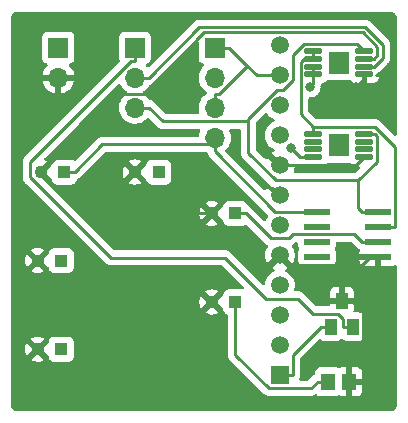
<source format=gbr>
%TF.GenerationSoftware,KiCad,Pcbnew,(6.0.5)*%
%TF.CreationDate,2023-06-19T00:58:59+02:00*%
%TF.ProjectId,PCB_Suelo,5043425f-5375-4656-9c6f-2e6b69636164,rev?*%
%TF.SameCoordinates,Original*%
%TF.FileFunction,Copper,L2,Bot*%
%TF.FilePolarity,Positive*%
%FSLAX46Y46*%
G04 Gerber Fmt 4.6, Leading zero omitted, Abs format (unit mm)*
G04 Created by KiCad (PCBNEW (6.0.5)) date 2023-06-19 00:58:59*
%MOMM*%
%LPD*%
G01*
G04 APERTURE LIST*
G04 Aperture macros list*
%AMRoundRect*
0 Rectangle with rounded corners*
0 $1 Rounding radius*
0 $2 $3 $4 $5 $6 $7 $8 $9 X,Y pos of 4 corners*
0 Add a 4 corners polygon primitive as box body*
4,1,4,$2,$3,$4,$5,$6,$7,$8,$9,$2,$3,0*
0 Add four circle primitives for the rounded corners*
1,1,$1+$1,$2,$3*
1,1,$1+$1,$4,$5*
1,1,$1+$1,$6,$7*
1,1,$1+$1,$8,$9*
0 Add four rect primitives between the rounded corners*
20,1,$1+$1,$2,$3,$4,$5,0*
20,1,$1+$1,$4,$5,$6,$7,0*
20,1,$1+$1,$6,$7,$8,$9,0*
20,1,$1+$1,$8,$9,$2,$3,0*%
G04 Aperture macros list end*
%TA.AperFunction,SMDPad,CuDef*%
%ADD10R,2.200000X0.600000*%
%TD*%
%TA.AperFunction,SMDPad,CuDef*%
%ADD11RoundRect,0.028800X0.696200X0.211200X-0.696200X0.211200X-0.696200X-0.211200X0.696200X-0.211200X0*%
%TD*%
%TA.AperFunction,SMDPad,CuDef*%
%ADD12RoundRect,0.028800X-0.696200X-0.211200X0.696200X-0.211200X0.696200X0.211200X-0.696200X0.211200X0*%
%TD*%
%TA.AperFunction,SMDPad,CuDef*%
%ADD13R,1.680000X1.880000*%
%TD*%
%TA.AperFunction,SMDPad,CuDef*%
%ADD14R,1.000000X1.400000*%
%TD*%
%TA.AperFunction,ComponentPad*%
%ADD15R,1.508000X1.508000*%
%TD*%
%TA.AperFunction,ComponentPad*%
%ADD16C,1.508000*%
%TD*%
%TA.AperFunction,ComponentPad*%
%ADD17R,1.700000X1.700000*%
%TD*%
%TA.AperFunction,ComponentPad*%
%ADD18O,1.700000X1.700000*%
%TD*%
%TA.AperFunction,ComponentPad*%
%ADD19R,1.100000X1.100000*%
%TD*%
%TA.AperFunction,ComponentPad*%
%ADD20C,1.100000*%
%TD*%
%TA.AperFunction,SMDPad,CuDef*%
%ADD21R,1.150000X1.450000*%
%TD*%
%TA.AperFunction,ViaPad*%
%ADD22C,0.800000*%
%TD*%
%TA.AperFunction,Conductor*%
%ADD23C,0.250000*%
%TD*%
G04 APERTURE END LIST*
D10*
%TO.P,U1,2,-INA*%
%TO.N,Net-(R1-Pad7)*%
X148100000Y-54615000D03*
%TO.P,U1,7,OUTB*%
%TO.N,unconnected-(U1-Pad7)*%
X142900000Y-54615000D03*
%TO.P,U1,1,OUTA*%
%TO.N,OUT_MOISTURE*%
X148100000Y-53345000D03*
%TO.P,U1,3,+INA*%
%TO.N,Net-(C1-PadP)*%
X148100000Y-55885000D03*
%TO.P,U1,4,V-*%
%TO.N,GND*%
X148100000Y-57155000D03*
%TO.P,U1,8,V+*%
%TO.N,9V*%
X142900000Y-53345000D03*
%TO.P,U1,6,-INB*%
%TO.N,unconnected-(U1-Pad6)*%
X142900000Y-55885000D03*
%TO.P,U1,5,+INB*%
%TO.N,unconnected-(U1-Pad5)*%
X142900000Y-57155000D03*
%TD*%
D11*
%TO.P,R2,1*%
%TO.N,OUT_MOISTURE*%
X146910000Y-46775000D03*
%TO.P,R2,2*%
%TO.N,unconnected-(R2-Pad2)*%
X146910000Y-47425000D03*
%TO.P,R2,3*%
%TO.N,unconnected-(R2-Pad3)*%
X146910000Y-48075000D03*
%TO.P,R2,4*%
%TO.N,GND*%
X146910000Y-48725000D03*
D12*
%TO.P,R2,5*%
%TO.N,Net-(C1-PadP)*%
X142590000Y-48725000D03*
%TO.P,R2,6*%
%TO.N,unconnected-(R2-Pad6)*%
X142590000Y-48075000D03*
%TO.P,R2,7*%
%TO.N,unconnected-(R2-Pad7)*%
X142590000Y-47425000D03*
%TO.P,R2,8*%
%TO.N,Net-(R1-Pad7)*%
X142590000Y-46775000D03*
D13*
%TO.P,R2,9*%
%TO.N,N/C*%
X144750000Y-47750000D03*
%TD*%
D11*
%TO.P,R1,1*%
%TO.N,OUT_MOISTURE*%
X146910000Y-39775000D03*
%TO.P,R1,2*%
%TO.N,GND*%
X146910000Y-40425000D03*
%TO.P,R1,3*%
%TO.N,IN_MOISTURE*%
X146910000Y-41075000D03*
%TO.P,R1,4*%
%TO.N,GND*%
X146910000Y-41725000D03*
D12*
%TO.P,R1,5*%
%TO.N,Net-(C1-PadP)*%
X142590000Y-41725000D03*
%TO.P,R1,6*%
X142590000Y-41075000D03*
%TO.P,R1,7*%
%TO.N,Net-(R1-Pad7)*%
X142590000Y-40425000D03*
%TO.P,R1,8*%
X142590000Y-39775000D03*
D13*
%TO.P,R1,9*%
%TO.N,N/C*%
X144750000Y-40750000D03*
%TD*%
D14*
%TO.P,Q1,3*%
%TO.N,GND*%
X145000000Y-60900000D03*
%TO.P,Q1,2*%
%TO.N,Net-(PS1-Pad1)*%
X144050000Y-63100000D03*
%TO.P,Q1,1*%
%TO.N,CTR*%
X145950000Y-63100000D03*
%TD*%
D15*
%TO.P,PS1,1,~{ON/OFF}*%
%TO.N,Net-(PS1-Pad1)*%
X139750000Y-67220000D03*
D16*
%TO.P,PS1,2,VIN*%
%TO.N,PWR*%
X139750000Y-64680000D03*
%TO.P,PS1,3,VIN*%
X139750000Y-62140000D03*
%TO.P,PS1,4,VIN*%
X139750000Y-59600000D03*
%TO.P,PS1,5,GND*%
%TO.N,GND*%
X139750000Y-57060000D03*
%TO.P,PS1,6,GND*%
X139750000Y-54520000D03*
%TO.P,PS1,7,GND*%
X139750000Y-51980000D03*
%TO.P,PS1,8,GND*%
X139750000Y-49440000D03*
%TO.P,PS1,9,VOUT*%
%TO.N,9V*%
X139750000Y-46900000D03*
%TO.P,PS1,10,VOUT*%
X139750000Y-44360000D03*
%TO.P,PS1,11,VOUT*%
X139750000Y-41820000D03*
%TO.P,PS1,12,VADJ*%
%TO.N,unconnected-(PS1-Pad12)*%
X139750000Y-39280000D03*
%TD*%
D17*
%TO.P,J3,1,Pin_1*%
%TO.N,PWR*%
X121000000Y-39460000D03*
D18*
%TO.P,J3,2,Pin_2*%
%TO.N,GND*%
X121000000Y-42000000D03*
%TD*%
%TO.P,J2,4,Pin_4*%
%TO.N,9V*%
X134250000Y-47080000D03*
%TO.P,J2,3,Pin_3*%
X134250000Y-44540000D03*
%TO.P,J2,2,Pin_2*%
%TO.N,PWR_pH*%
X134250000Y-42000000D03*
D17*
%TO.P,J2,1,Pin_1*%
%TO.N,9V*%
X134250000Y-39460000D03*
%TD*%
%TO.P,J1,1,Pin_1*%
%TO.N,CTR*%
X127500000Y-39460000D03*
D18*
%TO.P,J1,2,Pin_2*%
%TO.N,IN_MOISTURE*%
X127500000Y-42000000D03*
%TO.P,J1,3,Pin_3*%
%TO.N,OUT_MOISTURE*%
X127500000Y-44540000D03*
%TD*%
D19*
%TO.P,C7,P*%
%TO.N,PWR_pH*%
X121250000Y-65000000D03*
D20*
%TO.P,C7,N*%
%TO.N,GND*%
X119250000Y-65000000D03*
%TD*%
%TO.P,C6,N*%
%TO.N,GND*%
X119250000Y-57500000D03*
D19*
%TO.P,C6,P*%
%TO.N,9V*%
X121250000Y-57500000D03*
%TD*%
D20*
%TO.P,C5,N*%
%TO.N,GND*%
X119500000Y-50000000D03*
D19*
%TO.P,C5,P*%
%TO.N,9V*%
X121500000Y-50000000D03*
%TD*%
D20*
%TO.P,C4,N*%
%TO.N,GND*%
X127500000Y-50000000D03*
D19*
%TO.P,C4,P*%
%TO.N,PWR*%
X129500000Y-50000000D03*
%TD*%
D21*
%TO.P,C3,1*%
%TO.N,GND*%
X145650000Y-67750000D03*
%TO.P,C3,2*%
%TO.N,9V*%
X143850000Y-67750000D03*
%TD*%
D19*
%TO.P,C2,P*%
%TO.N,9V*%
X136000000Y-61000000D03*
D20*
%TO.P,C2,N*%
%TO.N,GND*%
X134000000Y-61000000D03*
%TD*%
%TO.P,C1,N*%
%TO.N,GND*%
X134000000Y-53500000D03*
D19*
%TO.P,C1,P*%
%TO.N,Net-(C1-PadP)*%
X136000000Y-53500000D03*
%TD*%
D22*
%TO.N,GND*%
X146191300Y-42774200D03*
%TO.N,Net-(C1-PadP)*%
X140662100Y-47960700D03*
X142285700Y-42765600D03*
%TD*%
D23*
%TO.N,Net-(PS1-Pad1)*%
X140829300Y-65495400D02*
X143224700Y-63100000D01*
X140829300Y-67220000D02*
X140829300Y-65495400D01*
X139750000Y-67220000D02*
X140829300Y-67220000D01*
X144050000Y-63100000D02*
X143224700Y-63100000D01*
%TO.N,CTR*%
X145124700Y-62481000D02*
X145124700Y-63100000D01*
X144643700Y-62000000D02*
X145124700Y-62481000D01*
X142565800Y-62000000D02*
X144643700Y-62000000D01*
X141276400Y-60710600D02*
X142565800Y-62000000D01*
X138585500Y-60710600D02*
X141276400Y-60710600D01*
X135124900Y-57250000D02*
X138585500Y-60710600D01*
X125443900Y-57250000D02*
X135124900Y-57250000D01*
X118619500Y-50425600D02*
X125443900Y-57250000D01*
X118619500Y-49148500D02*
X118619500Y-50425600D01*
X127132700Y-40635300D02*
X118619500Y-49148500D01*
X127500000Y-40635300D02*
X127132700Y-40635300D01*
X127500000Y-39460000D02*
X127500000Y-40635300D01*
X145950000Y-63100000D02*
X145124700Y-63100000D01*
%TO.N,Net-(R1-Pad7)*%
X148100000Y-54615000D02*
X149525300Y-54615000D01*
X149525300Y-47890600D02*
X149525300Y-54615000D01*
X147797900Y-46163200D02*
X149525300Y-47890600D01*
X142590000Y-46163200D02*
X147797900Y-46163200D01*
X142590000Y-46775000D02*
X142590000Y-46163200D01*
X142590000Y-40425000D02*
X142590000Y-39775000D01*
X141538400Y-45111600D02*
X142590000Y-46163200D01*
X141538400Y-40718300D02*
X141538400Y-45111600D01*
X141831700Y-40425000D02*
X141538400Y-40718300D01*
X142590000Y-40425000D02*
X141831700Y-40425000D01*
%TO.N,OUT_MOISTURE*%
X127500000Y-44540000D02*
X128675300Y-44540000D01*
X129850600Y-45715300D02*
X128675300Y-44540000D01*
X137076600Y-45715300D02*
X129850600Y-45715300D01*
X137076600Y-45496400D02*
X137076600Y-45715300D01*
X139483000Y-43090000D02*
X137076600Y-45496400D01*
X140021800Y-43090000D02*
X139483000Y-43090000D01*
X140890800Y-42221000D02*
X140021800Y-43090000D01*
X140890800Y-40052900D02*
X140890800Y-42221000D01*
X141778700Y-39165000D02*
X140890800Y-40052900D01*
X146300000Y-39165000D02*
X141778700Y-39165000D01*
X146910000Y-39775000D02*
X146300000Y-39165000D01*
X148100000Y-53345000D02*
X146674700Y-53345000D01*
X146379800Y-53050100D02*
X146674700Y-53345000D01*
X146379800Y-50709900D02*
X146379800Y-53050100D01*
X147981500Y-49108200D02*
X146379800Y-50709900D01*
X147981500Y-46983700D02*
X147981500Y-49108200D01*
X147772800Y-46775000D02*
X147981500Y-46983700D01*
X146910000Y-46775000D02*
X147772800Y-46775000D01*
X137076600Y-48351600D02*
X137076600Y-45715300D01*
X139434900Y-50709900D02*
X137076600Y-48351600D01*
X146379800Y-50709900D02*
X139434900Y-50709900D01*
%TO.N,IN_MOISTURE*%
X127500000Y-42000000D02*
X128675300Y-42000000D01*
X132943200Y-37732100D02*
X128675300Y-42000000D01*
X146960500Y-37732100D02*
X132943200Y-37732100D01*
X148449500Y-39221100D02*
X146960500Y-37732100D01*
X148449500Y-40327600D02*
X148449500Y-39221100D01*
X147702100Y-41075000D02*
X148449500Y-40327600D01*
X146910000Y-41075000D02*
X147702100Y-41075000D01*
%TO.N,9V*%
X134250000Y-39460000D02*
X135425300Y-39460000D01*
X139339700Y-53345000D02*
X142900000Y-53345000D01*
X134250000Y-48255300D02*
X139339700Y-53345000D01*
X134250000Y-47080000D02*
X134250000Y-47667600D01*
X134250000Y-47667600D02*
X134250000Y-48255300D01*
X124707700Y-47667600D02*
X122375300Y-50000000D01*
X134250000Y-47667600D02*
X124707700Y-47667600D01*
X121500000Y-50000000D02*
X122375300Y-50000000D01*
X134250000Y-44540000D02*
X134250000Y-43364700D01*
X134587800Y-43364700D02*
X136958900Y-40993600D01*
X134250000Y-43364700D02*
X134587800Y-43364700D01*
X137785300Y-41820000D02*
X136958900Y-40993600D01*
X139750000Y-41820000D02*
X137785300Y-41820000D01*
X136958900Y-40993600D02*
X135425300Y-39460000D01*
X136000000Y-65484200D02*
X136000000Y-61000000D01*
X138815200Y-68299400D02*
X136000000Y-65484200D01*
X142400300Y-68299400D02*
X138815200Y-68299400D01*
X142949700Y-67750000D02*
X142400300Y-68299400D01*
X143850000Y-67750000D02*
X142949700Y-67750000D01*
%TO.N,GND*%
X131000000Y-53500000D02*
X134000000Y-53500000D01*
X127500000Y-50000000D02*
X131000000Y-53500000D01*
X148100000Y-57155000D02*
X147387400Y-57155000D01*
X146195000Y-49440000D02*
X146910000Y-48725000D01*
X139750000Y-49440000D02*
X146195000Y-49440000D01*
X146910000Y-42055500D02*
X146910000Y-41725000D01*
X146191300Y-42774200D02*
X146910000Y-42055500D01*
X147689600Y-40425000D02*
X146910000Y-40425000D01*
X147999200Y-40115400D02*
X147689600Y-40425000D01*
X147999200Y-39407800D02*
X147999200Y-40115400D01*
X146773800Y-38182400D02*
X147999200Y-39407800D01*
X133367500Y-38182400D02*
X146773800Y-38182400D01*
X128185300Y-43364600D02*
X133367500Y-38182400D01*
X126135400Y-43364600D02*
X128185300Y-43364600D01*
X119500000Y-50000000D02*
X126135400Y-43364600D01*
X145000000Y-60900000D02*
X145000000Y-59874700D01*
X145000000Y-57849500D02*
X145000000Y-59874700D01*
X140539500Y-57849500D02*
X145000000Y-57849500D01*
X139750000Y-57060000D02*
X140539500Y-57849500D01*
X146692900Y-57849500D02*
X147387400Y-57155000D01*
X145000000Y-57849500D02*
X146692900Y-57849500D01*
X146775400Y-61850100D02*
X145825300Y-60900000D01*
X146775400Y-67524900D02*
X146775400Y-61850100D01*
X146550300Y-67750000D02*
X146775400Y-67524900D01*
X145650000Y-67750000D02*
X146550300Y-67750000D01*
X145000000Y-60900000D02*
X145825300Y-60900000D01*
%TO.N,Net-(C1-PadP)*%
X142590000Y-41075000D02*
X142590000Y-41725000D01*
X146049400Y-55259700D02*
X146674700Y-55885000D01*
X140846400Y-55259700D02*
X146049400Y-55259700D01*
X140506700Y-55599400D02*
X140846400Y-55259700D01*
X138974700Y-55599400D02*
X140506700Y-55599400D01*
X136875300Y-53500000D02*
X138974700Y-55599400D01*
X136000000Y-53500000D02*
X136875300Y-53500000D01*
X148100000Y-55885000D02*
X146674700Y-55885000D01*
X141426400Y-48725000D02*
X140662100Y-47960700D01*
X142590000Y-48725000D02*
X141426400Y-48725000D01*
X142590000Y-42461300D02*
X142285700Y-42765600D01*
X142590000Y-41725000D02*
X142590000Y-42461300D01*
%TD*%
%TA.AperFunction,Conductor*%
%TO.N,GND*%
G36*
X149122915Y-36412107D02*
G01*
X149137748Y-36414417D01*
X149137752Y-36414417D01*
X149146621Y-36415798D01*
X149155646Y-36414618D01*
X149186081Y-36414346D01*
X149248158Y-36421340D01*
X149275664Y-36427618D01*
X149352752Y-36454592D01*
X149378168Y-36466831D01*
X149447325Y-36510286D01*
X149469380Y-36527875D01*
X149527125Y-36585620D01*
X149544714Y-36607675D01*
X149588169Y-36676832D01*
X149600408Y-36702248D01*
X149627382Y-36779336D01*
X149633661Y-36806844D01*
X149639912Y-36862325D01*
X149639245Y-36877964D01*
X149640694Y-36877982D01*
X149640584Y-36886953D01*
X149639202Y-36895827D01*
X149640366Y-36904730D01*
X149640366Y-36904737D01*
X149643329Y-36927397D01*
X149644393Y-36943733D01*
X149644393Y-46809599D01*
X149624391Y-46877720D01*
X149570735Y-46924213D01*
X149500461Y-46934317D01*
X149435881Y-46904823D01*
X149429298Y-46898694D01*
X148966445Y-46435840D01*
X148301552Y-45770947D01*
X148294012Y-45762661D01*
X148289900Y-45756182D01*
X148240248Y-45709556D01*
X148237407Y-45706802D01*
X148217670Y-45687065D01*
X148214473Y-45684585D01*
X148205451Y-45676880D01*
X148173221Y-45646614D01*
X148166275Y-45642795D01*
X148166272Y-45642793D01*
X148155466Y-45636852D01*
X148138947Y-45626001D01*
X148138483Y-45625641D01*
X148122941Y-45613586D01*
X148115672Y-45610441D01*
X148115668Y-45610438D01*
X148082363Y-45596026D01*
X148071713Y-45590809D01*
X148032960Y-45569505D01*
X148013337Y-45564467D01*
X147994634Y-45558063D01*
X147983320Y-45553167D01*
X147983319Y-45553167D01*
X147976045Y-45550019D01*
X147968222Y-45548780D01*
X147968212Y-45548777D01*
X147932376Y-45543101D01*
X147920756Y-45540695D01*
X147885611Y-45531672D01*
X147885610Y-45531672D01*
X147877930Y-45529700D01*
X147857676Y-45529700D01*
X147837965Y-45528149D01*
X147825786Y-45526220D01*
X147817957Y-45524980D01*
X147810065Y-45525726D01*
X147773939Y-45529141D01*
X147762081Y-45529700D01*
X142904595Y-45529700D01*
X142836474Y-45509698D01*
X142815499Y-45492795D01*
X142208804Y-44886099D01*
X142174779Y-44823787D01*
X142171900Y-44797004D01*
X142171900Y-43800100D01*
X142191902Y-43731979D01*
X142245558Y-43685486D01*
X142297900Y-43674100D01*
X142381187Y-43674100D01*
X142387639Y-43672728D01*
X142387644Y-43672728D01*
X142474587Y-43654247D01*
X142567988Y-43634394D01*
X142625348Y-43608856D01*
X142736422Y-43559403D01*
X142736424Y-43559402D01*
X142742452Y-43556718D01*
X142758058Y-43545380D01*
X142797857Y-43516464D01*
X142896953Y-43444466D01*
X142946344Y-43389612D01*
X143020321Y-43307452D01*
X143020322Y-43307451D01*
X143024740Y-43302544D01*
X143120227Y-43137156D01*
X143179242Y-42955528D01*
X143199204Y-42765600D01*
X143192768Y-42704366D01*
X143200319Y-42655059D01*
X143197821Y-42654333D01*
X143200033Y-42646719D01*
X143203181Y-42639445D01*
X143204421Y-42631617D01*
X143204423Y-42631610D01*
X143210099Y-42595776D01*
X143212504Y-42584159D01*
X143216777Y-42567514D01*
X143253089Y-42506506D01*
X143316620Y-42474815D01*
X143327647Y-42473500D01*
X143327940Y-42473500D01*
X143331708Y-42473044D01*
X143331709Y-42473044D01*
X143407530Y-42463869D01*
X143407531Y-42463869D01*
X143415569Y-42462896D01*
X143552442Y-42408704D01*
X143669700Y-42319700D01*
X143674888Y-42312865D01*
X143674893Y-42312860D01*
X143726228Y-42245229D01*
X143783346Y-42203062D01*
X143840198Y-42196146D01*
X143861866Y-42198500D01*
X145638134Y-42198500D01*
X145660381Y-42196083D01*
X145730263Y-42208611D01*
X145774352Y-42245167D01*
X145825465Y-42312506D01*
X145837491Y-42324532D01*
X145940965Y-42403073D01*
X145955792Y-42411427D01*
X146077021Y-42459425D01*
X146092592Y-42463379D01*
X146168329Y-42472544D01*
X146175883Y-42473000D01*
X146651885Y-42473000D01*
X146667124Y-42468525D01*
X146668329Y-42467135D01*
X146670000Y-42459452D01*
X146670000Y-41949500D01*
X146690002Y-41881379D01*
X146743658Y-41834886D01*
X146796000Y-41823500D01*
X147027372Y-41823500D01*
X147095493Y-41843502D01*
X147141986Y-41897158D01*
X147152090Y-41967432D01*
X147150492Y-41976285D01*
X147150000Y-41978547D01*
X147150000Y-42454885D01*
X147154475Y-42470124D01*
X147155865Y-42471329D01*
X147163548Y-42473000D01*
X147644117Y-42473000D01*
X147651671Y-42472544D01*
X147727408Y-42463379D01*
X147742979Y-42459425D01*
X147864208Y-42411427D01*
X147879035Y-42403073D01*
X147982509Y-42324532D01*
X147994532Y-42312509D01*
X148073073Y-42209035D01*
X148081427Y-42194208D01*
X148129425Y-42072979D01*
X148133379Y-42057408D01*
X148142544Y-41981671D01*
X148142550Y-41981582D01*
X148138525Y-41967876D01*
X148137135Y-41966671D01*
X148129452Y-41965000D01*
X147975059Y-41965000D01*
X147906938Y-41944998D01*
X147860445Y-41891342D01*
X147850341Y-41821068D01*
X147879835Y-41756488D01*
X147898879Y-41738637D01*
X147982860Y-41674892D01*
X147982861Y-41674891D01*
X147989700Y-41669700D01*
X148013323Y-41638578D01*
X148039618Y-41612828D01*
X148045486Y-41608564D01*
X148055405Y-41602049D01*
X148086635Y-41583580D01*
X148086638Y-41583578D01*
X148093462Y-41579542D01*
X148107783Y-41565221D01*
X148122817Y-41552380D01*
X148132794Y-41545131D01*
X148139207Y-41540472D01*
X148167398Y-41506395D01*
X148175388Y-41497616D01*
X148841747Y-40831257D01*
X148850037Y-40823713D01*
X148856518Y-40819600D01*
X148870486Y-40804726D01*
X148903158Y-40769933D01*
X148905913Y-40767091D01*
X148925634Y-40747370D01*
X148928112Y-40744175D01*
X148935818Y-40735153D01*
X148960658Y-40708701D01*
X148966086Y-40702921D01*
X148975846Y-40685168D01*
X148986699Y-40668645D01*
X148994253Y-40658906D01*
X148999113Y-40652641D01*
X149016676Y-40612057D01*
X149021883Y-40601427D01*
X149043195Y-40562660D01*
X149045166Y-40554983D01*
X149045168Y-40554978D01*
X149048232Y-40543042D01*
X149054638Y-40524330D01*
X149057606Y-40517473D01*
X149062681Y-40505745D01*
X149063921Y-40497917D01*
X149063923Y-40497910D01*
X149069599Y-40462076D01*
X149072005Y-40450456D01*
X149081028Y-40415311D01*
X149081028Y-40415310D01*
X149083000Y-40407630D01*
X149083000Y-40387376D01*
X149084551Y-40367665D01*
X149086480Y-40355486D01*
X149087720Y-40347657D01*
X149083559Y-40303638D01*
X149083000Y-40291781D01*
X149083000Y-39299867D01*
X149083527Y-39288684D01*
X149085202Y-39281191D01*
X149083062Y-39213114D01*
X149083000Y-39209155D01*
X149083000Y-39181244D01*
X149082495Y-39177244D01*
X149081562Y-39165401D01*
X149080422Y-39129130D01*
X149080173Y-39121211D01*
X149074521Y-39101757D01*
X149070513Y-39082400D01*
X149068968Y-39070170D01*
X149068968Y-39070169D01*
X149067974Y-39062303D01*
X149064932Y-39054619D01*
X149051696Y-39021188D01*
X149047851Y-39009958D01*
X149037729Y-38975117D01*
X149037729Y-38975116D01*
X149035518Y-38967507D01*
X149031485Y-38960688D01*
X149031483Y-38960683D01*
X149025207Y-38950072D01*
X149016512Y-38932324D01*
X149009052Y-38913483D01*
X148983064Y-38877713D01*
X148976548Y-38867793D01*
X148958080Y-38836565D01*
X148958078Y-38836562D01*
X148954042Y-38829738D01*
X148939721Y-38815417D01*
X148926880Y-38800383D01*
X148919631Y-38790406D01*
X148914972Y-38783993D01*
X148880895Y-38755802D01*
X148872116Y-38747812D01*
X147464152Y-37339847D01*
X147456612Y-37331561D01*
X147452500Y-37325082D01*
X147402848Y-37278456D01*
X147400007Y-37275702D01*
X147380270Y-37255965D01*
X147377073Y-37253485D01*
X147368051Y-37245780D01*
X147354622Y-37233169D01*
X147335821Y-37215514D01*
X147328875Y-37211695D01*
X147328872Y-37211693D01*
X147318066Y-37205752D01*
X147301547Y-37194901D01*
X147301083Y-37194541D01*
X147285541Y-37182486D01*
X147278272Y-37179341D01*
X147278268Y-37179338D01*
X147244963Y-37164926D01*
X147234313Y-37159709D01*
X147195560Y-37138405D01*
X147175937Y-37133367D01*
X147157234Y-37126963D01*
X147145920Y-37122067D01*
X147145919Y-37122067D01*
X147138645Y-37118919D01*
X147130822Y-37117680D01*
X147130812Y-37117677D01*
X147094976Y-37112001D01*
X147083356Y-37109595D01*
X147048211Y-37100572D01*
X147048210Y-37100572D01*
X147040530Y-37098600D01*
X147020276Y-37098600D01*
X147000565Y-37097049D01*
X146988386Y-37095120D01*
X146980557Y-37093880D01*
X146951286Y-37096647D01*
X146936539Y-37098041D01*
X146924681Y-37098600D01*
X133021967Y-37098600D01*
X133010784Y-37098073D01*
X133003291Y-37096398D01*
X132995365Y-37096647D01*
X132995364Y-37096647D01*
X132935214Y-37098538D01*
X132931255Y-37098600D01*
X132903344Y-37098600D01*
X132899410Y-37099097D01*
X132899409Y-37099097D01*
X132899344Y-37099105D01*
X132887507Y-37100038D01*
X132855249Y-37101052D01*
X132851230Y-37101178D01*
X132843311Y-37101427D01*
X132823857Y-37107079D01*
X132804500Y-37111087D01*
X132792270Y-37112632D01*
X132792269Y-37112632D01*
X132784403Y-37113626D01*
X132777032Y-37116545D01*
X132777030Y-37116545D01*
X132743288Y-37129904D01*
X132732058Y-37133749D01*
X132697217Y-37143871D01*
X132697216Y-37143871D01*
X132689607Y-37146082D01*
X132682788Y-37150115D01*
X132682783Y-37150117D01*
X132672172Y-37156393D01*
X132654424Y-37165088D01*
X132635583Y-37172548D01*
X132629167Y-37177210D01*
X132629166Y-37177210D01*
X132599813Y-37198536D01*
X132589893Y-37205052D01*
X132558665Y-37223520D01*
X132558662Y-37223522D01*
X132551838Y-37227558D01*
X132537517Y-37241879D01*
X132522484Y-37254719D01*
X132506093Y-37266628D01*
X132497417Y-37277116D01*
X132477902Y-37300705D01*
X132469912Y-37309484D01*
X128688229Y-41091166D01*
X128625917Y-41125192D01*
X128555101Y-41120127D01*
X128505941Y-41086871D01*
X128432798Y-41006488D01*
X128401746Y-40942642D01*
X128410141Y-40872143D01*
X128455317Y-40817375D01*
X128481761Y-40803706D01*
X128588297Y-40763767D01*
X128596705Y-40760615D01*
X128713261Y-40673261D01*
X128800615Y-40556705D01*
X128851745Y-40420316D01*
X128858500Y-40358134D01*
X128858500Y-38561866D01*
X128851745Y-38499684D01*
X128800615Y-38363295D01*
X128713261Y-38246739D01*
X128596705Y-38159385D01*
X128460316Y-38108255D01*
X128398134Y-38101500D01*
X126601866Y-38101500D01*
X126539684Y-38108255D01*
X126403295Y-38159385D01*
X126286739Y-38246739D01*
X126199385Y-38363295D01*
X126148255Y-38499684D01*
X126141500Y-38561866D01*
X126141500Y-40358134D01*
X126148255Y-40420316D01*
X126184675Y-40517465D01*
X126199385Y-40556705D01*
X126198050Y-40557206D01*
X126211185Y-40617252D01*
X126186452Y-40683801D01*
X126174591Y-40697505D01*
X118227247Y-48644848D01*
X118218961Y-48652388D01*
X118212482Y-48656500D01*
X118207057Y-48662277D01*
X118165857Y-48706151D01*
X118163102Y-48708993D01*
X118143365Y-48728730D01*
X118140885Y-48731927D01*
X118133182Y-48740947D01*
X118102914Y-48773179D01*
X118099095Y-48780125D01*
X118099093Y-48780128D01*
X118093152Y-48790934D01*
X118082301Y-48807453D01*
X118069886Y-48823459D01*
X118066741Y-48830728D01*
X118066738Y-48830732D01*
X118052326Y-48864037D01*
X118047109Y-48874687D01*
X118025805Y-48913440D01*
X118023834Y-48921115D01*
X118023834Y-48921116D01*
X118020767Y-48933062D01*
X118014363Y-48951766D01*
X118010620Y-48960417D01*
X118006319Y-48970355D01*
X118005080Y-48978178D01*
X118005077Y-48978188D01*
X117999401Y-49014024D01*
X117996995Y-49025644D01*
X117994672Y-49034693D01*
X117986000Y-49068470D01*
X117986000Y-49088724D01*
X117984449Y-49108434D01*
X117981280Y-49128443D01*
X117982026Y-49136335D01*
X117985441Y-49172461D01*
X117986000Y-49184319D01*
X117986000Y-50346833D01*
X117985473Y-50358016D01*
X117983798Y-50365509D01*
X117984047Y-50373435D01*
X117984047Y-50373436D01*
X117985938Y-50433586D01*
X117986000Y-50437545D01*
X117986000Y-50465456D01*
X117986497Y-50469390D01*
X117986497Y-50469391D01*
X117986505Y-50469456D01*
X117987438Y-50481293D01*
X117988827Y-50525489D01*
X117993118Y-50540258D01*
X117994478Y-50544939D01*
X117998487Y-50564300D01*
X118001026Y-50584397D01*
X118003945Y-50591768D01*
X118003945Y-50591770D01*
X118017304Y-50625512D01*
X118021149Y-50636742D01*
X118030147Y-50667715D01*
X118033482Y-50679193D01*
X118037515Y-50686012D01*
X118037517Y-50686017D01*
X118043793Y-50696628D01*
X118052488Y-50714376D01*
X118059948Y-50733217D01*
X118064610Y-50739633D01*
X118064610Y-50739634D01*
X118085936Y-50768987D01*
X118092452Y-50778907D01*
X118107228Y-50803891D01*
X118114958Y-50816962D01*
X118129279Y-50831283D01*
X118142119Y-50846316D01*
X118154028Y-50862707D01*
X118160134Y-50867758D01*
X118188105Y-50890898D01*
X118196884Y-50898888D01*
X124940248Y-57642253D01*
X124947788Y-57650539D01*
X124951900Y-57657018D01*
X124957677Y-57662443D01*
X125001551Y-57703643D01*
X125004393Y-57706398D01*
X125024130Y-57726135D01*
X125027327Y-57728615D01*
X125036347Y-57736318D01*
X125068579Y-57766586D01*
X125075525Y-57770405D01*
X125075528Y-57770407D01*
X125086334Y-57776348D01*
X125102853Y-57787199D01*
X125118859Y-57799614D01*
X125126128Y-57802759D01*
X125126132Y-57802762D01*
X125159437Y-57817174D01*
X125170087Y-57822391D01*
X125208840Y-57843695D01*
X125216515Y-57845666D01*
X125216516Y-57845666D01*
X125228462Y-57848733D01*
X125247167Y-57855137D01*
X125265755Y-57863181D01*
X125273578Y-57864420D01*
X125273588Y-57864423D01*
X125309424Y-57870099D01*
X125321044Y-57872505D01*
X125356189Y-57881528D01*
X125363870Y-57883500D01*
X125384124Y-57883500D01*
X125403834Y-57885051D01*
X125423843Y-57888220D01*
X125431735Y-57887474D01*
X125467861Y-57884059D01*
X125479719Y-57883500D01*
X134810306Y-57883500D01*
X134878427Y-57903502D01*
X134899401Y-57920405D01*
X136706784Y-59727788D01*
X136740810Y-59790100D01*
X136735745Y-59860915D01*
X136693198Y-59917751D01*
X136626678Y-59942562D01*
X136604082Y-59942146D01*
X136601533Y-59941869D01*
X136601529Y-59941869D01*
X136598134Y-59941500D01*
X135401866Y-59941500D01*
X135339684Y-59948255D01*
X135203295Y-59999385D01*
X135086739Y-60086739D01*
X134999385Y-60203295D01*
X134948255Y-60339684D01*
X134947402Y-60347540D01*
X134944341Y-60375714D01*
X134917099Y-60441276D01*
X134906763Y-60451915D01*
X134907029Y-60452181D01*
X134372022Y-60987188D01*
X134364408Y-61001132D01*
X134364539Y-61002965D01*
X134368790Y-61009580D01*
X134906147Y-61546937D01*
X134902978Y-61550106D01*
X134929584Y-61576716D01*
X134944254Y-61623483D01*
X134948255Y-61660316D01*
X134999385Y-61796705D01*
X135086739Y-61913261D01*
X135203295Y-62000615D01*
X135211703Y-62003767D01*
X135284730Y-62031144D01*
X135341494Y-62073786D01*
X135366194Y-62140348D01*
X135366500Y-62149126D01*
X135366500Y-65405433D01*
X135365973Y-65416616D01*
X135364298Y-65424109D01*
X135364547Y-65432035D01*
X135364547Y-65432036D01*
X135366438Y-65492186D01*
X135366500Y-65496145D01*
X135366500Y-65524056D01*
X135366997Y-65527990D01*
X135366997Y-65527991D01*
X135367005Y-65528056D01*
X135367938Y-65539893D01*
X135369327Y-65584089D01*
X135374978Y-65603539D01*
X135378987Y-65622900D01*
X135381526Y-65642997D01*
X135384445Y-65650368D01*
X135384445Y-65650370D01*
X135397804Y-65684112D01*
X135401649Y-65695342D01*
X135413982Y-65737793D01*
X135418015Y-65744612D01*
X135418017Y-65744617D01*
X135424293Y-65755228D01*
X135432988Y-65772976D01*
X135440448Y-65791817D01*
X135445110Y-65798233D01*
X135445110Y-65798234D01*
X135466436Y-65827587D01*
X135472952Y-65837507D01*
X135495458Y-65875562D01*
X135509779Y-65889883D01*
X135522619Y-65904916D01*
X135534528Y-65921307D01*
X135540634Y-65926358D01*
X135568605Y-65949498D01*
X135577384Y-65957488D01*
X138311548Y-68691653D01*
X138319088Y-68699939D01*
X138323200Y-68706418D01*
X138328977Y-68711843D01*
X138372851Y-68753043D01*
X138375693Y-68755798D01*
X138395430Y-68775535D01*
X138398627Y-68778015D01*
X138407647Y-68785718D01*
X138439879Y-68815986D01*
X138446825Y-68819805D01*
X138446828Y-68819807D01*
X138457634Y-68825748D01*
X138474153Y-68836599D01*
X138490159Y-68849014D01*
X138497428Y-68852159D01*
X138497432Y-68852162D01*
X138530737Y-68866574D01*
X138541387Y-68871791D01*
X138580140Y-68893095D01*
X138587815Y-68895066D01*
X138587816Y-68895066D01*
X138599762Y-68898133D01*
X138618467Y-68904537D01*
X138637055Y-68912581D01*
X138644878Y-68913820D01*
X138644888Y-68913823D01*
X138680724Y-68919499D01*
X138692344Y-68921905D01*
X138719072Y-68928767D01*
X138735170Y-68932900D01*
X138755424Y-68932900D01*
X138775134Y-68934451D01*
X138795143Y-68937620D01*
X138803035Y-68936874D01*
X138821780Y-68935102D01*
X138839162Y-68933459D01*
X138851019Y-68932900D01*
X142321533Y-68932900D01*
X142332716Y-68933427D01*
X142340209Y-68935102D01*
X142348135Y-68934853D01*
X142348136Y-68934853D01*
X142408286Y-68932962D01*
X142412245Y-68932900D01*
X142440156Y-68932900D01*
X142444091Y-68932403D01*
X142444156Y-68932395D01*
X142455993Y-68931462D01*
X142488251Y-68930448D01*
X142492270Y-68930322D01*
X142500189Y-68930073D01*
X142519643Y-68924421D01*
X142539000Y-68920413D01*
X142551230Y-68918868D01*
X142551231Y-68918868D01*
X142559097Y-68917874D01*
X142566468Y-68914955D01*
X142566470Y-68914955D01*
X142600212Y-68901596D01*
X142611442Y-68897751D01*
X142646283Y-68887629D01*
X142646284Y-68887629D01*
X142653893Y-68885418D01*
X142660712Y-68881385D01*
X142660717Y-68881383D01*
X142671328Y-68875107D01*
X142689076Y-68866412D01*
X142707917Y-68858952D01*
X142743687Y-68832964D01*
X142753612Y-68826445D01*
X142762561Y-68821153D01*
X142831377Y-68803696D01*
X142898708Y-68826215D01*
X142909449Y-68835206D01*
X142911739Y-68838261D01*
X143028295Y-68925615D01*
X143164684Y-68976745D01*
X143226866Y-68983500D01*
X144473134Y-68983500D01*
X144535316Y-68976745D01*
X144671705Y-68925615D01*
X144678892Y-68920229D01*
X144686760Y-68915921D01*
X144688073Y-68918319D01*
X144741347Y-68898409D01*
X144810731Y-68913455D01*
X144816155Y-68916941D01*
X144836946Y-68928324D01*
X144957394Y-68973478D01*
X144972649Y-68977105D01*
X145023514Y-68982631D01*
X145030328Y-68983000D01*
X145377885Y-68983000D01*
X145393124Y-68978525D01*
X145394329Y-68977135D01*
X145396000Y-68969452D01*
X145396000Y-68964884D01*
X145904000Y-68964884D01*
X145908475Y-68980123D01*
X145909865Y-68981328D01*
X145917548Y-68982999D01*
X146269669Y-68982999D01*
X146276490Y-68982629D01*
X146327352Y-68977105D01*
X146342604Y-68973479D01*
X146463054Y-68928324D01*
X146478649Y-68919786D01*
X146580724Y-68843285D01*
X146593285Y-68830724D01*
X146669786Y-68728649D01*
X146678324Y-68713054D01*
X146723478Y-68592606D01*
X146727105Y-68577351D01*
X146732631Y-68526486D01*
X146733000Y-68519672D01*
X146733000Y-68022115D01*
X146728525Y-68006876D01*
X146727135Y-68005671D01*
X146719452Y-68004000D01*
X145922115Y-68004000D01*
X145906876Y-68008475D01*
X145905671Y-68009865D01*
X145904000Y-68017548D01*
X145904000Y-68964884D01*
X145396000Y-68964884D01*
X145396000Y-67477885D01*
X145904000Y-67477885D01*
X145908475Y-67493124D01*
X145909865Y-67494329D01*
X145917548Y-67496000D01*
X146714884Y-67496000D01*
X146730123Y-67491525D01*
X146731328Y-67490135D01*
X146732999Y-67482452D01*
X146732999Y-66980331D01*
X146732629Y-66973510D01*
X146727105Y-66922648D01*
X146723479Y-66907396D01*
X146678324Y-66786946D01*
X146669786Y-66771351D01*
X146593285Y-66669276D01*
X146580724Y-66656715D01*
X146478649Y-66580214D01*
X146463054Y-66571676D01*
X146342606Y-66526522D01*
X146327351Y-66522895D01*
X146276486Y-66517369D01*
X146269672Y-66517000D01*
X145922115Y-66517000D01*
X145906876Y-66521475D01*
X145905671Y-66522865D01*
X145904000Y-66530548D01*
X145904000Y-67477885D01*
X145396000Y-67477885D01*
X145396000Y-66535116D01*
X145391525Y-66519877D01*
X145390135Y-66518672D01*
X145382452Y-66517001D01*
X145030331Y-66517001D01*
X145023510Y-66517371D01*
X144972648Y-66522895D01*
X144957396Y-66526521D01*
X144836946Y-66571676D01*
X144813483Y-66584522D01*
X144812069Y-66581940D01*
X144759488Y-66601591D01*
X144690104Y-66586545D01*
X144683431Y-66582256D01*
X144678890Y-66579770D01*
X144671705Y-66574385D01*
X144535316Y-66523255D01*
X144473134Y-66516500D01*
X143226866Y-66516500D01*
X143164684Y-66523255D01*
X143028295Y-66574385D01*
X142911739Y-66661739D01*
X142824385Y-66778295D01*
X142773255Y-66914684D01*
X142766500Y-66976866D01*
X142766500Y-67051836D01*
X142746498Y-67119957D01*
X142695622Y-67163160D01*
X142696108Y-67163981D01*
X142691324Y-67166810D01*
X142691321Y-67166812D01*
X142689284Y-67168017D01*
X142689282Y-67168018D01*
X142678672Y-67174293D01*
X142660924Y-67182988D01*
X142642083Y-67190448D01*
X142635667Y-67195110D01*
X142635666Y-67195110D01*
X142606313Y-67216436D01*
X142596393Y-67222952D01*
X142565165Y-67241420D01*
X142565162Y-67241422D01*
X142558338Y-67245458D01*
X142544017Y-67259779D01*
X142528984Y-67272619D01*
X142512593Y-67284528D01*
X142499769Y-67300030D01*
X142484412Y-67318593D01*
X142476422Y-67327374D01*
X142174799Y-67628996D01*
X142112487Y-67663021D01*
X142085704Y-67665900D01*
X141520138Y-67665900D01*
X141452017Y-67645898D01*
X141405524Y-67592242D01*
X141395420Y-67521968D01*
X141409722Y-67479204D01*
X141422995Y-67455060D01*
X141424965Y-67447385D01*
X141424968Y-67447379D01*
X141425044Y-67447081D01*
X141433076Y-67424772D01*
X141433206Y-67424497D01*
X141433209Y-67424489D01*
X141436583Y-67417318D01*
X141447106Y-67362151D01*
X141448832Y-67354429D01*
X141460829Y-67307707D01*
X141460829Y-67307706D01*
X141462800Y-67300030D01*
X141462800Y-67291793D01*
X141465032Y-67268184D01*
X141465090Y-67267881D01*
X141465090Y-67267877D01*
X141466575Y-67260094D01*
X141463049Y-67204049D01*
X141462800Y-67196138D01*
X141462800Y-65809994D01*
X141482802Y-65741873D01*
X141499705Y-65720899D01*
X143035531Y-64185073D01*
X143097843Y-64151047D01*
X143168658Y-64156112D01*
X143200185Y-64173338D01*
X143303295Y-64250615D01*
X143439684Y-64301745D01*
X143501866Y-64308500D01*
X144598134Y-64308500D01*
X144660316Y-64301745D01*
X144796705Y-64250615D01*
X144913261Y-64163261D01*
X144914187Y-64162026D01*
X144973217Y-64129792D01*
X145044032Y-64134857D01*
X145085355Y-64161414D01*
X145086739Y-64163261D01*
X145203295Y-64250615D01*
X145339684Y-64301745D01*
X145401866Y-64308500D01*
X146498134Y-64308500D01*
X146560316Y-64301745D01*
X146696705Y-64250615D01*
X146813261Y-64163261D01*
X146900615Y-64046705D01*
X146951745Y-63910316D01*
X146958500Y-63848134D01*
X146958500Y-62351866D01*
X146951745Y-62289684D01*
X146900615Y-62153295D01*
X146813261Y-62036739D01*
X146696705Y-61949385D01*
X146560316Y-61898255D01*
X146498134Y-61891500D01*
X146115087Y-61891500D01*
X146046966Y-61871498D01*
X146000473Y-61817842D01*
X145990369Y-61747568D01*
X145997104Y-61721274D01*
X145998477Y-61717611D01*
X146002105Y-61702351D01*
X146007631Y-61651486D01*
X146008000Y-61644672D01*
X146008000Y-61172115D01*
X146003525Y-61156876D01*
X146002135Y-61155671D01*
X145994452Y-61154000D01*
X144010116Y-61154000D01*
X143994877Y-61158475D01*
X143993672Y-61159865D01*
X143992001Y-61167548D01*
X143992001Y-61240500D01*
X143971999Y-61308621D01*
X143918343Y-61355114D01*
X143866001Y-61366500D01*
X142880394Y-61366500D01*
X142812273Y-61346498D01*
X142791299Y-61329595D01*
X142089590Y-60627885D01*
X143992000Y-60627885D01*
X143996475Y-60643124D01*
X143997865Y-60644329D01*
X144005548Y-60646000D01*
X144727885Y-60646000D01*
X144743124Y-60641525D01*
X144744329Y-60640135D01*
X144746000Y-60632452D01*
X144746000Y-60627885D01*
X145254000Y-60627885D01*
X145258475Y-60643124D01*
X145259865Y-60644329D01*
X145267548Y-60646000D01*
X145989884Y-60646000D01*
X146005123Y-60641525D01*
X146006328Y-60640135D01*
X146007999Y-60632452D01*
X146007999Y-60155331D01*
X146007629Y-60148510D01*
X146002105Y-60097648D01*
X145998479Y-60082396D01*
X145953324Y-59961946D01*
X145944786Y-59946351D01*
X145868285Y-59844276D01*
X145855724Y-59831715D01*
X145753649Y-59755214D01*
X145738054Y-59746676D01*
X145617606Y-59701522D01*
X145602351Y-59697895D01*
X145551486Y-59692369D01*
X145544672Y-59692000D01*
X145272115Y-59692000D01*
X145256876Y-59696475D01*
X145255671Y-59697865D01*
X145254000Y-59705548D01*
X145254000Y-60627885D01*
X144746000Y-60627885D01*
X144746000Y-59710116D01*
X144741525Y-59694877D01*
X144740135Y-59693672D01*
X144732452Y-59692001D01*
X144455331Y-59692001D01*
X144448510Y-59692371D01*
X144397648Y-59697895D01*
X144382396Y-59701521D01*
X144261946Y-59746676D01*
X144246351Y-59755214D01*
X144144276Y-59831715D01*
X144131715Y-59844276D01*
X144055214Y-59946351D01*
X144046676Y-59961946D01*
X144001522Y-60082394D01*
X143997895Y-60097649D01*
X143992369Y-60148514D01*
X143992000Y-60155328D01*
X143992000Y-60627885D01*
X142089590Y-60627885D01*
X141780052Y-60318347D01*
X141772512Y-60310061D01*
X141768400Y-60303582D01*
X141718748Y-60256956D01*
X141715907Y-60254202D01*
X141696170Y-60234465D01*
X141692973Y-60231985D01*
X141683951Y-60224280D01*
X141657500Y-60199441D01*
X141651721Y-60194014D01*
X141644775Y-60190195D01*
X141644772Y-60190193D01*
X141633966Y-60184252D01*
X141617447Y-60173401D01*
X141616983Y-60173041D01*
X141601441Y-60160986D01*
X141594172Y-60157841D01*
X141594168Y-60157838D01*
X141560863Y-60143426D01*
X141550213Y-60138209D01*
X141511460Y-60116905D01*
X141491837Y-60111867D01*
X141473134Y-60105463D01*
X141461820Y-60100567D01*
X141461819Y-60100567D01*
X141454545Y-60097419D01*
X141446722Y-60096180D01*
X141446712Y-60096177D01*
X141410876Y-60090501D01*
X141399256Y-60088095D01*
X141364111Y-60079072D01*
X141364110Y-60079072D01*
X141356430Y-60077100D01*
X141336176Y-60077100D01*
X141316465Y-60075549D01*
X141304286Y-60073620D01*
X141296457Y-60072380D01*
X141288565Y-60073126D01*
X141252439Y-60076541D01*
X141240581Y-60077100D01*
X141093405Y-60077100D01*
X141025284Y-60057098D01*
X140978791Y-60003442D01*
X140968687Y-59933168D01*
X140971698Y-59918489D01*
X140996646Y-59825381D01*
X140998070Y-59820068D01*
X141017323Y-59600000D01*
X140998070Y-59379932D01*
X140940894Y-59166550D01*
X140847534Y-58966339D01*
X140720826Y-58785380D01*
X140564620Y-58629174D01*
X140560112Y-58626017D01*
X140560109Y-58626015D01*
X140388171Y-58505623D01*
X140388168Y-58505621D01*
X140383662Y-58502466D01*
X140378680Y-58500143D01*
X140378675Y-58500140D01*
X140258107Y-58443919D01*
X140204822Y-58397002D01*
X140185361Y-58328725D01*
X140205903Y-58260765D01*
X140258107Y-58215529D01*
X140378424Y-58159425D01*
X140387919Y-58153942D01*
X140430021Y-58124462D01*
X140438396Y-58113985D01*
X140431328Y-58100538D01*
X139762812Y-57432022D01*
X139748868Y-57424408D01*
X139747035Y-57424539D01*
X139740420Y-57428790D01*
X139067951Y-58101259D01*
X139061521Y-58113034D01*
X139070817Y-58125049D01*
X139112081Y-58153942D01*
X139121576Y-58159425D01*
X139241893Y-58215529D01*
X139295178Y-58262446D01*
X139314639Y-58330723D01*
X139294097Y-58398683D01*
X139241893Y-58443919D01*
X139121320Y-58500143D01*
X139121317Y-58500145D01*
X139116339Y-58502466D01*
X138935380Y-58629174D01*
X138779174Y-58785380D01*
X138652466Y-58966339D01*
X138559106Y-59166550D01*
X138501930Y-59379932D01*
X138501451Y-59385411D01*
X138497227Y-59433692D01*
X138471364Y-59499810D01*
X138413861Y-59541450D01*
X138342974Y-59545391D01*
X138282611Y-59511806D01*
X135628552Y-56857747D01*
X135621012Y-56849461D01*
X135616900Y-56842982D01*
X135567248Y-56796356D01*
X135564407Y-56793602D01*
X135544670Y-56773865D01*
X135541473Y-56771385D01*
X135532451Y-56763680D01*
X135529516Y-56760924D01*
X135500221Y-56733414D01*
X135493275Y-56729595D01*
X135493272Y-56729593D01*
X135482466Y-56723652D01*
X135465947Y-56712801D01*
X135464531Y-56711703D01*
X135449941Y-56700386D01*
X135442672Y-56697241D01*
X135442668Y-56697238D01*
X135409363Y-56682826D01*
X135398713Y-56677609D01*
X135359960Y-56656305D01*
X135340337Y-56651267D01*
X135321634Y-56644863D01*
X135310320Y-56639967D01*
X135310319Y-56639967D01*
X135303045Y-56636819D01*
X135295222Y-56635580D01*
X135295212Y-56635577D01*
X135259376Y-56629901D01*
X135247756Y-56627495D01*
X135212611Y-56618472D01*
X135212610Y-56618472D01*
X135204930Y-56616500D01*
X135184676Y-56616500D01*
X135164965Y-56614949D01*
X135152786Y-56613020D01*
X135144957Y-56611780D01*
X135137065Y-56612526D01*
X135100939Y-56615941D01*
X135089081Y-56616500D01*
X125758494Y-56616500D01*
X125690373Y-56596498D01*
X125669399Y-56579595D01*
X123495682Y-54405877D01*
X133458953Y-54405877D01*
X133463863Y-54412435D01*
X133569004Y-54471198D01*
X133580242Y-54476107D01*
X133765852Y-54536415D01*
X133777826Y-54539048D01*
X133971624Y-54562157D01*
X133983873Y-54562414D01*
X134178467Y-54547441D01*
X134190547Y-54545310D01*
X134378514Y-54492828D01*
X134389947Y-54488394D01*
X134532726Y-54416271D01*
X134543010Y-54406626D01*
X134540772Y-54399982D01*
X134012812Y-53872022D01*
X133998868Y-53864408D01*
X133997035Y-53864539D01*
X133990420Y-53868790D01*
X133465713Y-54393497D01*
X133458953Y-54405877D01*
X123495682Y-54405877D01*
X122581106Y-53491301D01*
X132937501Y-53491301D01*
X132953831Y-53685774D01*
X132956044Y-53697833D01*
X133009839Y-53885438D01*
X133014355Y-53896843D01*
X133084012Y-54032381D01*
X133093733Y-54042602D01*
X133100532Y-54040258D01*
X133627978Y-53512812D01*
X133635592Y-53498868D01*
X133635461Y-53497035D01*
X133631210Y-53490420D01*
X133106302Y-52965512D01*
X133093922Y-52958752D01*
X133087534Y-52963534D01*
X133025816Y-53075798D01*
X133020988Y-53087062D01*
X132961975Y-53273095D01*
X132959427Y-53285084D01*
X132937672Y-53479032D01*
X132937501Y-53491301D01*
X122581106Y-53491301D01*
X121683852Y-52594047D01*
X133457766Y-52594047D01*
X133460221Y-52601011D01*
X133987188Y-53127978D01*
X134001132Y-53135592D01*
X134002965Y-53135461D01*
X134009580Y-53131210D01*
X134534729Y-52606061D01*
X134541489Y-52593681D01*
X134536830Y-52587458D01*
X134417395Y-52522881D01*
X134406088Y-52518128D01*
X134219656Y-52460417D01*
X134207644Y-52457951D01*
X134013550Y-52437551D01*
X134001282Y-52437466D01*
X133806930Y-52455153D01*
X133794881Y-52457451D01*
X133607658Y-52512554D01*
X133596290Y-52517147D01*
X133467915Y-52584260D01*
X133457766Y-52594047D01*
X121683852Y-52594047D01*
X120084967Y-50995162D01*
X120056486Y-50943004D01*
X120055390Y-50943373D01*
X120053301Y-50937172D01*
X120050941Y-50932850D01*
X120050982Y-50930289D01*
X120040772Y-50899982D01*
X119289905Y-50149115D01*
X119255879Y-50086803D01*
X119253000Y-50060020D01*
X119253000Y-49939980D01*
X119273002Y-49871859D01*
X119289905Y-49850885D01*
X120034729Y-49106061D01*
X120041489Y-49093681D01*
X120036830Y-49087458D01*
X119917395Y-49022881D01*
X119900408Y-49015740D01*
X119900949Y-49014454D01*
X119847674Y-48979101D01*
X119819132Y-48914094D01*
X119830266Y-48843976D01*
X119855004Y-48808900D01*
X122734731Y-45929174D01*
X126081976Y-42581929D01*
X126144288Y-42547903D01*
X126215103Y-42552968D01*
X126271939Y-42595515D01*
X126282280Y-42612188D01*
X126283266Y-42614616D01*
X126399987Y-42805088D01*
X126546250Y-42973938D01*
X126718126Y-43116632D01*
X126753249Y-43137156D01*
X126791445Y-43159476D01*
X126840169Y-43211114D01*
X126853240Y-43280897D01*
X126826509Y-43346669D01*
X126786055Y-43380027D01*
X126773607Y-43386507D01*
X126769474Y-43389610D01*
X126769471Y-43389612D01*
X126691241Y-43448349D01*
X126594965Y-43520635D01*
X126529346Y-43589301D01*
X126452031Y-43670207D01*
X126440629Y-43682138D01*
X126314743Y-43866680D01*
X126276011Y-43950121D01*
X126239471Y-44028841D01*
X126220688Y-44069305D01*
X126160989Y-44284570D01*
X126137251Y-44506695D01*
X126137548Y-44511848D01*
X126137548Y-44511851D01*
X126143011Y-44606590D01*
X126150110Y-44729715D01*
X126151247Y-44734761D01*
X126151248Y-44734767D01*
X126165274Y-44797004D01*
X126199222Y-44947639D01*
X126283266Y-45154616D01*
X126297911Y-45178515D01*
X126382794Y-45317031D01*
X126399987Y-45345088D01*
X126546250Y-45513938D01*
X126718126Y-45656632D01*
X126911000Y-45769338D01*
X127119692Y-45849030D01*
X127124760Y-45850061D01*
X127124763Y-45850062D01*
X127232017Y-45871883D01*
X127338597Y-45893567D01*
X127343772Y-45893757D01*
X127343774Y-45893757D01*
X127556673Y-45901564D01*
X127556677Y-45901564D01*
X127561837Y-45901753D01*
X127566957Y-45901097D01*
X127566959Y-45901097D01*
X127778288Y-45874025D01*
X127778289Y-45874025D01*
X127783416Y-45873368D01*
X127788366Y-45871883D01*
X127992429Y-45810661D01*
X127992434Y-45810659D01*
X127997384Y-45809174D01*
X128197994Y-45710896D01*
X128379860Y-45581173D01*
X128383515Y-45577531D01*
X128383523Y-45577524D01*
X128511506Y-45449988D01*
X128573877Y-45416072D01*
X128644684Y-45421261D01*
X128689540Y-45450144D01*
X129346943Y-46107547D01*
X129354487Y-46115837D01*
X129358600Y-46122318D01*
X129364377Y-46127743D01*
X129408267Y-46168958D01*
X129411109Y-46171713D01*
X129430830Y-46191434D01*
X129434025Y-46193912D01*
X129443047Y-46201618D01*
X129475279Y-46231886D01*
X129482228Y-46235706D01*
X129493032Y-46241646D01*
X129509556Y-46252499D01*
X129525559Y-46264913D01*
X129566143Y-46282476D01*
X129576773Y-46287683D01*
X129615540Y-46308995D01*
X129623217Y-46310966D01*
X129623222Y-46310968D01*
X129635158Y-46314032D01*
X129653866Y-46320437D01*
X129672455Y-46328481D01*
X129680283Y-46329721D01*
X129680290Y-46329723D01*
X129716124Y-46335399D01*
X129727744Y-46337805D01*
X129762889Y-46346828D01*
X129770570Y-46348800D01*
X129790824Y-46348800D01*
X129810534Y-46350351D01*
X129830543Y-46353520D01*
X129838435Y-46352774D01*
X129874561Y-46349359D01*
X129886419Y-46348800D01*
X132894210Y-46348800D01*
X132962331Y-46368802D01*
X133008824Y-46422458D01*
X133018928Y-46492732D01*
X133008498Y-46527850D01*
X132970688Y-46609305D01*
X132910989Y-46824570D01*
X132910440Y-46829704D01*
X132910440Y-46829706D01*
X132900631Y-46921490D01*
X132873503Y-46987099D01*
X132815210Y-47027627D01*
X132775344Y-47034100D01*
X124786468Y-47034100D01*
X124775285Y-47033573D01*
X124767792Y-47031898D01*
X124759866Y-47032147D01*
X124759865Y-47032147D01*
X124699702Y-47034038D01*
X124695744Y-47034100D01*
X124667844Y-47034100D01*
X124663854Y-47034604D01*
X124652020Y-47035536D01*
X124607811Y-47036926D01*
X124600197Y-47039138D01*
X124600192Y-47039139D01*
X124588359Y-47042577D01*
X124568996Y-47046588D01*
X124548903Y-47049126D01*
X124541536Y-47052043D01*
X124541531Y-47052044D01*
X124507792Y-47065402D01*
X124496565Y-47069246D01*
X124454107Y-47081582D01*
X124447281Y-47085619D01*
X124436672Y-47091893D01*
X124418924Y-47100588D01*
X124400083Y-47108048D01*
X124393667Y-47112710D01*
X124393666Y-47112710D01*
X124364313Y-47134036D01*
X124354393Y-47140552D01*
X124323165Y-47159020D01*
X124323162Y-47159022D01*
X124316338Y-47163058D01*
X124302017Y-47177379D01*
X124286984Y-47190219D01*
X124270593Y-47202128D01*
X124265542Y-47208234D01*
X124242402Y-47236205D01*
X124234412Y-47244984D01*
X122478728Y-49000667D01*
X122416416Y-49034693D01*
X122345600Y-49029628D01*
X122314071Y-49012400D01*
X122296705Y-48999385D01*
X122160316Y-48948255D01*
X122098134Y-48941500D01*
X120901866Y-48941500D01*
X120839684Y-48948255D01*
X120703295Y-48999385D01*
X120586739Y-49086739D01*
X120499385Y-49203295D01*
X120448255Y-49339684D01*
X120445437Y-49365622D01*
X120444341Y-49375714D01*
X120417099Y-49441276D01*
X120406763Y-49451915D01*
X120407029Y-49452181D01*
X119872022Y-49987188D01*
X119864408Y-50001132D01*
X119864539Y-50002965D01*
X119868790Y-50009580D01*
X120406147Y-50546937D01*
X120402978Y-50550106D01*
X120429584Y-50576716D01*
X120444254Y-50623483D01*
X120448255Y-50660316D01*
X120499385Y-50796705D01*
X120586739Y-50913261D01*
X120703295Y-51000615D01*
X120839684Y-51051745D01*
X120901866Y-51058500D01*
X122098134Y-51058500D01*
X122160316Y-51051745D01*
X122296705Y-51000615D01*
X122413261Y-50913261D01*
X122418795Y-50905877D01*
X126958953Y-50905877D01*
X126963863Y-50912435D01*
X127069004Y-50971198D01*
X127080242Y-50976107D01*
X127265852Y-51036415D01*
X127277826Y-51039048D01*
X127471624Y-51062157D01*
X127483873Y-51062414D01*
X127678467Y-51047441D01*
X127690547Y-51045310D01*
X127878514Y-50992828D01*
X127889947Y-50988394D01*
X128032726Y-50916271D01*
X128043010Y-50906626D01*
X128040772Y-50899982D01*
X127512812Y-50372022D01*
X127498868Y-50364408D01*
X127497035Y-50364539D01*
X127490420Y-50368790D01*
X126965713Y-50893497D01*
X126958953Y-50905877D01*
X122418795Y-50905877D01*
X122500615Y-50796705D01*
X122551740Y-50660329D01*
X122594381Y-50603564D01*
X122619684Y-50588920D01*
X122621278Y-50588230D01*
X122628893Y-50586018D01*
X122635713Y-50581985D01*
X122635719Y-50581982D01*
X122646328Y-50575707D01*
X122664076Y-50567012D01*
X122682917Y-50559552D01*
X122703031Y-50544939D01*
X122718687Y-50533564D01*
X122728607Y-50527048D01*
X122759835Y-50508580D01*
X122759838Y-50508578D01*
X122766662Y-50504542D01*
X122780983Y-50490221D01*
X122796017Y-50477380D01*
X122805994Y-50470131D01*
X122812407Y-50465472D01*
X122840598Y-50431395D01*
X122848588Y-50422616D01*
X123279903Y-49991301D01*
X126437501Y-49991301D01*
X126453831Y-50185774D01*
X126456044Y-50197833D01*
X126509839Y-50385438D01*
X126514355Y-50396843D01*
X126584012Y-50532381D01*
X126593733Y-50542602D01*
X126600532Y-50540258D01*
X127127978Y-50012812D01*
X127134356Y-50001132D01*
X127864408Y-50001132D01*
X127864539Y-50002965D01*
X127868790Y-50009580D01*
X128406147Y-50546937D01*
X128402978Y-50550106D01*
X128429584Y-50576716D01*
X128444254Y-50623483D01*
X128448255Y-50660316D01*
X128499385Y-50796705D01*
X128586739Y-50913261D01*
X128703295Y-51000615D01*
X128839684Y-51051745D01*
X128901866Y-51058500D01*
X130098134Y-51058500D01*
X130160316Y-51051745D01*
X130296705Y-51000615D01*
X130413261Y-50913261D01*
X130500615Y-50796705D01*
X130551745Y-50660316D01*
X130558500Y-50598134D01*
X130558500Y-49401866D01*
X130551745Y-49339684D01*
X130500615Y-49203295D01*
X130413261Y-49086739D01*
X130296705Y-48999385D01*
X130160316Y-48948255D01*
X130098134Y-48941500D01*
X128901866Y-48941500D01*
X128839684Y-48948255D01*
X128703295Y-48999385D01*
X128586739Y-49086739D01*
X128499385Y-49203295D01*
X128448255Y-49339684D01*
X128445437Y-49365622D01*
X128444341Y-49375714D01*
X128417099Y-49441276D01*
X128406763Y-49451915D01*
X128407029Y-49452181D01*
X127872022Y-49987188D01*
X127864408Y-50001132D01*
X127134356Y-50001132D01*
X127135592Y-49998868D01*
X127135461Y-49997035D01*
X127131210Y-49990420D01*
X126606302Y-49465512D01*
X126593922Y-49458752D01*
X126587534Y-49463534D01*
X126525816Y-49575798D01*
X126520988Y-49587062D01*
X126461975Y-49773095D01*
X126459427Y-49785084D01*
X126437672Y-49979032D01*
X126437501Y-49991301D01*
X123279903Y-49991301D01*
X124177157Y-49094047D01*
X126957766Y-49094047D01*
X126960221Y-49101011D01*
X127487188Y-49627978D01*
X127501132Y-49635592D01*
X127502965Y-49635461D01*
X127509580Y-49631210D01*
X128034729Y-49106061D01*
X128041489Y-49093681D01*
X128036830Y-49087458D01*
X127917395Y-49022881D01*
X127906088Y-49018128D01*
X127719656Y-48960417D01*
X127707644Y-48957951D01*
X127513550Y-48937551D01*
X127501282Y-48937466D01*
X127306930Y-48955153D01*
X127294881Y-48957451D01*
X127107658Y-49012554D01*
X127096290Y-49017147D01*
X126967915Y-49084260D01*
X126957766Y-49094047D01*
X124177157Y-49094047D01*
X124933199Y-48338005D01*
X124995511Y-48303979D01*
X125022294Y-48301100D01*
X133506168Y-48301100D01*
X133574289Y-48321102D01*
X133620782Y-48374758D01*
X133627616Y-48398800D01*
X133628562Y-48398557D01*
X133630532Y-48406230D01*
X133631526Y-48414097D01*
X133634445Y-48421468D01*
X133634445Y-48421470D01*
X133647804Y-48455212D01*
X133651649Y-48466442D01*
X133655722Y-48480461D01*
X133663982Y-48508893D01*
X133668015Y-48515712D01*
X133668017Y-48515717D01*
X133674293Y-48526328D01*
X133682988Y-48544076D01*
X133690448Y-48562917D01*
X133695110Y-48569333D01*
X133695110Y-48569334D01*
X133716436Y-48598687D01*
X133722952Y-48608607D01*
X133736292Y-48631163D01*
X133745458Y-48646662D01*
X133759779Y-48660983D01*
X133772619Y-48676016D01*
X133784528Y-48692407D01*
X133790634Y-48697458D01*
X133818605Y-48720598D01*
X133827384Y-48728588D01*
X138715072Y-53616277D01*
X138749097Y-53678587D01*
X138744032Y-53749402D01*
X138729189Y-53777641D01*
X138656052Y-53882091D01*
X138650578Y-53891571D01*
X138571498Y-54061158D01*
X138524580Y-54114443D01*
X138456303Y-54133904D01*
X138388343Y-54113362D01*
X138368208Y-54097003D01*
X137378952Y-53107747D01*
X137371412Y-53099461D01*
X137367300Y-53092982D01*
X137317648Y-53046356D01*
X137314807Y-53043602D01*
X137295070Y-53023865D01*
X137291873Y-53021385D01*
X137282851Y-53013680D01*
X137264946Y-52996866D01*
X137250621Y-52983414D01*
X137243675Y-52979595D01*
X137243672Y-52979593D01*
X137232866Y-52973652D01*
X137216347Y-52962801D01*
X137211127Y-52958752D01*
X137200341Y-52950386D01*
X137193072Y-52947241D01*
X137193068Y-52947238D01*
X137159763Y-52932826D01*
X137149113Y-52927609D01*
X137110360Y-52906305D01*
X137110359Y-52906305D01*
X137111860Y-52903575D01*
X137067311Y-52868798D01*
X137051705Y-52839576D01*
X137003767Y-52711703D01*
X137000615Y-52703295D01*
X136913261Y-52586739D01*
X136796705Y-52499385D01*
X136660316Y-52448255D01*
X136598134Y-52441500D01*
X135401866Y-52441500D01*
X135339684Y-52448255D01*
X135203295Y-52499385D01*
X135086739Y-52586739D01*
X134999385Y-52703295D01*
X134948255Y-52839684D01*
X134947402Y-52847540D01*
X134944341Y-52875714D01*
X134917099Y-52941276D01*
X134906763Y-52951915D01*
X134907029Y-52952181D01*
X134372022Y-53487188D01*
X134364408Y-53501132D01*
X134364539Y-53502965D01*
X134368790Y-53509580D01*
X134906147Y-54046937D01*
X134902978Y-54050106D01*
X134929584Y-54076716D01*
X134944254Y-54123483D01*
X134948255Y-54160316D01*
X134999385Y-54296705D01*
X135086739Y-54413261D01*
X135203295Y-54500615D01*
X135339684Y-54551745D01*
X135401866Y-54558500D01*
X136598134Y-54558500D01*
X136660316Y-54551745D01*
X136796705Y-54500615D01*
X136814071Y-54487600D01*
X136880578Y-54462754D01*
X136949960Y-54477808D01*
X136978729Y-54499333D01*
X137725230Y-55245835D01*
X138471048Y-55991653D01*
X138478588Y-55999939D01*
X138482700Y-56006418D01*
X138488477Y-56011843D01*
X138532351Y-56053043D01*
X138535193Y-56055798D01*
X138554930Y-56075535D01*
X138558127Y-56078015D01*
X138567147Y-56085718D01*
X138599379Y-56115986D01*
X138606325Y-56119805D01*
X138606328Y-56119807D01*
X138617134Y-56125748D01*
X138633653Y-56136599D01*
X138649659Y-56149014D01*
X138656929Y-56152160D01*
X138656934Y-56152163D01*
X138659527Y-56153285D01*
X138661236Y-56154707D01*
X138663757Y-56156198D01*
X138663517Y-56156605D01*
X138714101Y-56198696D01*
X138735460Y-56266404D01*
X138716823Y-56334911D01*
X138712698Y-56341192D01*
X138656052Y-56422091D01*
X138650578Y-56431571D01*
X138561901Y-56621740D01*
X138558155Y-56632032D01*
X138503849Y-56834704D01*
X138501946Y-56845499D01*
X138483658Y-57054525D01*
X138483658Y-57065475D01*
X138501946Y-57274501D01*
X138503849Y-57285296D01*
X138558155Y-57487968D01*
X138561901Y-57498260D01*
X138650577Y-57688425D01*
X138656055Y-57697915D01*
X138685539Y-57740022D01*
X138696015Y-57748396D01*
X138709463Y-57741327D01*
X139660905Y-56789885D01*
X139723217Y-56755859D01*
X139794032Y-56760924D01*
X139839095Y-56789885D01*
X140791259Y-57742049D01*
X140803033Y-57748479D01*
X140815049Y-57739183D01*
X140843945Y-57697915D01*
X140849423Y-57688425D01*
X140938099Y-57498260D01*
X140941845Y-57487968D01*
X140996151Y-57285296D01*
X140998054Y-57274501D01*
X141016342Y-57065475D01*
X141016342Y-57054525D01*
X140998054Y-56845499D01*
X140996151Y-56834704D01*
X140941845Y-56632032D01*
X140938099Y-56621740D01*
X140849422Y-56431571D01*
X140843948Y-56422091D01*
X140782647Y-56334544D01*
X140759959Y-56267270D01*
X140777244Y-56198409D01*
X140815781Y-56160966D01*
X140814317Y-56158952D01*
X140850087Y-56132964D01*
X140860007Y-56126448D01*
X140891235Y-56107980D01*
X140891238Y-56107978D01*
X140898062Y-56103942D01*
X140912383Y-56089621D01*
X140927417Y-56076780D01*
X140937394Y-56069531D01*
X140943807Y-56064872D01*
X140971998Y-56030795D01*
X140979988Y-56022016D01*
X141071899Y-55930105D01*
X141134211Y-55896079D01*
X141160994Y-55893200D01*
X141165500Y-55893200D01*
X141233621Y-55913202D01*
X141280114Y-55966858D01*
X141291500Y-56019200D01*
X141291500Y-56233134D01*
X141298255Y-56295316D01*
X141349385Y-56431705D01*
X141358926Y-56444435D01*
X141383774Y-56510939D01*
X141368722Y-56580322D01*
X141358930Y-56595559D01*
X141349385Y-56608295D01*
X141298255Y-56744684D01*
X141291500Y-56806866D01*
X141291500Y-57503134D01*
X141298255Y-57565316D01*
X141349385Y-57701705D01*
X141436739Y-57818261D01*
X141553295Y-57905615D01*
X141689684Y-57956745D01*
X141751866Y-57963500D01*
X144048134Y-57963500D01*
X144110316Y-57956745D01*
X144246705Y-57905615D01*
X144363261Y-57818261D01*
X144450615Y-57701705D01*
X144501745Y-57565316D01*
X144508500Y-57503134D01*
X144508500Y-57499669D01*
X146492001Y-57499669D01*
X146492371Y-57506490D01*
X146497895Y-57557352D01*
X146501521Y-57572604D01*
X146546676Y-57693054D01*
X146555214Y-57708649D01*
X146631715Y-57810724D01*
X146644276Y-57823285D01*
X146746351Y-57899786D01*
X146761946Y-57908324D01*
X146882394Y-57953478D01*
X146897649Y-57957105D01*
X146948514Y-57962631D01*
X146955328Y-57963000D01*
X147827885Y-57963000D01*
X147843124Y-57958525D01*
X147844329Y-57957135D01*
X147846000Y-57949452D01*
X147846000Y-57427115D01*
X147841525Y-57411876D01*
X147840135Y-57410671D01*
X147832452Y-57409000D01*
X146510116Y-57409000D01*
X146494877Y-57413475D01*
X146493672Y-57414865D01*
X146492001Y-57422548D01*
X146492001Y-57499669D01*
X144508500Y-57499669D01*
X144508500Y-56806866D01*
X144501745Y-56744684D01*
X144450615Y-56608295D01*
X144441074Y-56595565D01*
X144416226Y-56529061D01*
X144431278Y-56459678D01*
X144441070Y-56444441D01*
X144450615Y-56431705D01*
X144501745Y-56295316D01*
X144508500Y-56233134D01*
X144508500Y-56019200D01*
X144528502Y-55951079D01*
X144582158Y-55904586D01*
X144634500Y-55893200D01*
X145734805Y-55893200D01*
X145802926Y-55913202D01*
X145823901Y-55930105D01*
X145997737Y-56103942D01*
X146171053Y-56277258D01*
X146178587Y-56285537D01*
X146182700Y-56292018D01*
X146227986Y-56334544D01*
X146232351Y-56338643D01*
X146235193Y-56341398D01*
X146254930Y-56361135D01*
X146258127Y-56363615D01*
X146267147Y-56371318D01*
X146299379Y-56401586D01*
X146306325Y-56405405D01*
X146306328Y-56405407D01*
X146317134Y-56411348D01*
X146333653Y-56422199D01*
X146349659Y-56434614D01*
X146356928Y-56437759D01*
X146356932Y-56437762D01*
X146390237Y-56452174D01*
X146400887Y-56457391D01*
X146439640Y-56478695D01*
X146448657Y-56481010D01*
X146449592Y-56481567D01*
X146454687Y-56483584D01*
X146454362Y-56484406D01*
X146509662Y-56517322D01*
X146541351Y-56580854D01*
X146535304Y-56647281D01*
X146501522Y-56737394D01*
X146497895Y-56752649D01*
X146492369Y-56803514D01*
X146492000Y-56810328D01*
X146492000Y-56882885D01*
X146496475Y-56898124D01*
X146497865Y-56899329D01*
X146505548Y-56901000D01*
X148228000Y-56901000D01*
X148296121Y-56921002D01*
X148342614Y-56974658D01*
X148354000Y-57027000D01*
X148354000Y-57944884D01*
X148358475Y-57960123D01*
X148359865Y-57961328D01*
X148367548Y-57962999D01*
X149244669Y-57962999D01*
X149251490Y-57962629D01*
X149302352Y-57957105D01*
X149317604Y-57953479D01*
X149438058Y-57908323D01*
X149457884Y-57897468D01*
X149527242Y-57882299D01*
X149593790Y-57907036D01*
X149636400Y-57963824D01*
X149644393Y-58007988D01*
X149644393Y-69728530D01*
X149642893Y-69747915D01*
X149640583Y-69762748D01*
X149640583Y-69762752D01*
X149639202Y-69771621D01*
X149640382Y-69780646D01*
X149640654Y-69811084D01*
X149633661Y-69873155D01*
X149627382Y-69900664D01*
X149600408Y-69977752D01*
X149588169Y-70003168D01*
X149544714Y-70072325D01*
X149527125Y-70094380D01*
X149469380Y-70152125D01*
X149447325Y-70169714D01*
X149378168Y-70213169D01*
X149352752Y-70225408D01*
X149275664Y-70252382D01*
X149248159Y-70258660D01*
X149192673Y-70264912D01*
X149177036Y-70264245D01*
X149177018Y-70265694D01*
X149168047Y-70265584D01*
X149159173Y-70264202D01*
X149150270Y-70265366D01*
X149150263Y-70265366D01*
X149127603Y-70268329D01*
X149111267Y-70269393D01*
X117551470Y-70269393D01*
X117532085Y-70267893D01*
X117517252Y-70265583D01*
X117517248Y-70265583D01*
X117508379Y-70264202D01*
X117499354Y-70265382D01*
X117468919Y-70265654D01*
X117406842Y-70258660D01*
X117379336Y-70252382D01*
X117302248Y-70225408D01*
X117276832Y-70213169D01*
X117207675Y-70169714D01*
X117185620Y-70152125D01*
X117127875Y-70094380D01*
X117110286Y-70072325D01*
X117066831Y-70003168D01*
X117054592Y-69977752D01*
X117027618Y-69900664D01*
X117021339Y-69873156D01*
X117015088Y-69817675D01*
X117015755Y-69802036D01*
X117014306Y-69802018D01*
X117014416Y-69793047D01*
X117015798Y-69784173D01*
X117014634Y-69775270D01*
X117014634Y-69775263D01*
X117011671Y-69752603D01*
X117010607Y-69736267D01*
X117010607Y-65905877D01*
X118708953Y-65905877D01*
X118713863Y-65912435D01*
X118819004Y-65971198D01*
X118830242Y-65976107D01*
X119015852Y-66036415D01*
X119027826Y-66039048D01*
X119221624Y-66062157D01*
X119233873Y-66062414D01*
X119428467Y-66047441D01*
X119440547Y-66045310D01*
X119628514Y-65992828D01*
X119639947Y-65988394D01*
X119782726Y-65916271D01*
X119793010Y-65906626D01*
X119790772Y-65899982D01*
X119262812Y-65372022D01*
X119248868Y-65364408D01*
X119247035Y-65364539D01*
X119240420Y-65368790D01*
X118715713Y-65893497D01*
X118708953Y-65905877D01*
X117010607Y-65905877D01*
X117010607Y-64991301D01*
X118187501Y-64991301D01*
X118203831Y-65185774D01*
X118206044Y-65197833D01*
X118259839Y-65385438D01*
X118264355Y-65396843D01*
X118334012Y-65532381D01*
X118343733Y-65542602D01*
X118350532Y-65540258D01*
X118877978Y-65012812D01*
X118884356Y-65001132D01*
X119614408Y-65001132D01*
X119614539Y-65002965D01*
X119618790Y-65009580D01*
X120156147Y-65546937D01*
X120152978Y-65550106D01*
X120179584Y-65576716D01*
X120194254Y-65623483D01*
X120198255Y-65660316D01*
X120249385Y-65796705D01*
X120336739Y-65913261D01*
X120453295Y-66000615D01*
X120589684Y-66051745D01*
X120651866Y-66058500D01*
X121848134Y-66058500D01*
X121910316Y-66051745D01*
X122046705Y-66000615D01*
X122163261Y-65913261D01*
X122250615Y-65796705D01*
X122301745Y-65660316D01*
X122308500Y-65598134D01*
X122308500Y-64401866D01*
X122301745Y-64339684D01*
X122250615Y-64203295D01*
X122163261Y-64086739D01*
X122046705Y-63999385D01*
X121910316Y-63948255D01*
X121848134Y-63941500D01*
X120651866Y-63941500D01*
X120589684Y-63948255D01*
X120453295Y-63999385D01*
X120336739Y-64086739D01*
X120249385Y-64203295D01*
X120198255Y-64339684D01*
X120197402Y-64347540D01*
X120194341Y-64375714D01*
X120167099Y-64441276D01*
X120156763Y-64451915D01*
X120157029Y-64452181D01*
X119622022Y-64987188D01*
X119614408Y-65001132D01*
X118884356Y-65001132D01*
X118885592Y-64998868D01*
X118885461Y-64997035D01*
X118881210Y-64990420D01*
X118356302Y-64465512D01*
X118343922Y-64458752D01*
X118337534Y-64463534D01*
X118275816Y-64575798D01*
X118270988Y-64587062D01*
X118211975Y-64773095D01*
X118209427Y-64785084D01*
X118187672Y-64979032D01*
X118187501Y-64991301D01*
X117010607Y-64991301D01*
X117010607Y-64094047D01*
X118707766Y-64094047D01*
X118710221Y-64101011D01*
X119237188Y-64627978D01*
X119251132Y-64635592D01*
X119252965Y-64635461D01*
X119259580Y-64631210D01*
X119784729Y-64106061D01*
X119791489Y-64093681D01*
X119786830Y-64087458D01*
X119667395Y-64022881D01*
X119656088Y-64018128D01*
X119469656Y-63960417D01*
X119457644Y-63957951D01*
X119263550Y-63937551D01*
X119251282Y-63937466D01*
X119056930Y-63955153D01*
X119044881Y-63957451D01*
X118857658Y-64012554D01*
X118846290Y-64017147D01*
X118717915Y-64084260D01*
X118707766Y-64094047D01*
X117010607Y-64094047D01*
X117010607Y-61905877D01*
X133458953Y-61905877D01*
X133463863Y-61912435D01*
X133569004Y-61971198D01*
X133580242Y-61976107D01*
X133765852Y-62036415D01*
X133777826Y-62039048D01*
X133971624Y-62062157D01*
X133983873Y-62062414D01*
X134178467Y-62047441D01*
X134190547Y-62045310D01*
X134378514Y-61992828D01*
X134389947Y-61988394D01*
X134532726Y-61916271D01*
X134543010Y-61906626D01*
X134540772Y-61899982D01*
X134012812Y-61372022D01*
X133998868Y-61364408D01*
X133997035Y-61364539D01*
X133990420Y-61368790D01*
X133465713Y-61893497D01*
X133458953Y-61905877D01*
X117010607Y-61905877D01*
X117010607Y-60991301D01*
X132937501Y-60991301D01*
X132953831Y-61185774D01*
X132956044Y-61197833D01*
X133009839Y-61385438D01*
X133014355Y-61396843D01*
X133084012Y-61532381D01*
X133093733Y-61542602D01*
X133100532Y-61540258D01*
X133627978Y-61012812D01*
X133635592Y-60998868D01*
X133635461Y-60997035D01*
X133631210Y-60990420D01*
X133106302Y-60465512D01*
X133093922Y-60458752D01*
X133087534Y-60463534D01*
X133025816Y-60575798D01*
X133020988Y-60587062D01*
X132961975Y-60773095D01*
X132959427Y-60785084D01*
X132937672Y-60979032D01*
X132937501Y-60991301D01*
X117010607Y-60991301D01*
X117010607Y-60094047D01*
X133457766Y-60094047D01*
X133460221Y-60101011D01*
X133987188Y-60627978D01*
X134001132Y-60635592D01*
X134002965Y-60635461D01*
X134009580Y-60631210D01*
X134534729Y-60106061D01*
X134541489Y-60093681D01*
X134536830Y-60087458D01*
X134417395Y-60022881D01*
X134406088Y-60018128D01*
X134219656Y-59960417D01*
X134207644Y-59957951D01*
X134013550Y-59937551D01*
X134001282Y-59937466D01*
X133806930Y-59955153D01*
X133794881Y-59957451D01*
X133607658Y-60012554D01*
X133596290Y-60017147D01*
X133467915Y-60084260D01*
X133457766Y-60094047D01*
X117010607Y-60094047D01*
X117010607Y-58405877D01*
X118708953Y-58405877D01*
X118713863Y-58412435D01*
X118819004Y-58471198D01*
X118830242Y-58476107D01*
X119015852Y-58536415D01*
X119027826Y-58539048D01*
X119221624Y-58562157D01*
X119233873Y-58562414D01*
X119428467Y-58547441D01*
X119440547Y-58545310D01*
X119628514Y-58492828D01*
X119639947Y-58488394D01*
X119782726Y-58416271D01*
X119793010Y-58406626D01*
X119790772Y-58399982D01*
X119262812Y-57872022D01*
X119248868Y-57864408D01*
X119247035Y-57864539D01*
X119240420Y-57868790D01*
X118715713Y-58393497D01*
X118708953Y-58405877D01*
X117010607Y-58405877D01*
X117010607Y-57491301D01*
X118187501Y-57491301D01*
X118203831Y-57685774D01*
X118206044Y-57697833D01*
X118259839Y-57885438D01*
X118264355Y-57896843D01*
X118334012Y-58032381D01*
X118343733Y-58042602D01*
X118350532Y-58040258D01*
X118877978Y-57512812D01*
X118884356Y-57501132D01*
X119614408Y-57501132D01*
X119614539Y-57502965D01*
X119618790Y-57509580D01*
X120156147Y-58046937D01*
X120152978Y-58050106D01*
X120179584Y-58076716D01*
X120194254Y-58123483D01*
X120198255Y-58160316D01*
X120249385Y-58296705D01*
X120336739Y-58413261D01*
X120453295Y-58500615D01*
X120589684Y-58551745D01*
X120651866Y-58558500D01*
X121848134Y-58558500D01*
X121910316Y-58551745D01*
X122046705Y-58500615D01*
X122163261Y-58413261D01*
X122250615Y-58296705D01*
X122301745Y-58160316D01*
X122308500Y-58098134D01*
X122308500Y-56901866D01*
X122308094Y-56898124D01*
X122303707Y-56857747D01*
X122301745Y-56839684D01*
X122250615Y-56703295D01*
X122163261Y-56586739D01*
X122046705Y-56499385D01*
X121910316Y-56448255D01*
X121848134Y-56441500D01*
X120651866Y-56441500D01*
X120589684Y-56448255D01*
X120453295Y-56499385D01*
X120336739Y-56586739D01*
X120249385Y-56703295D01*
X120198255Y-56839684D01*
X120196293Y-56857747D01*
X120194341Y-56875714D01*
X120167099Y-56941276D01*
X120156763Y-56951915D01*
X120157029Y-56952181D01*
X119622022Y-57487188D01*
X119614408Y-57501132D01*
X118884356Y-57501132D01*
X118885592Y-57498868D01*
X118885461Y-57497035D01*
X118881210Y-57490420D01*
X118356302Y-56965512D01*
X118343922Y-56958752D01*
X118337534Y-56963534D01*
X118275816Y-57075798D01*
X118270988Y-57087062D01*
X118211975Y-57273095D01*
X118209427Y-57285084D01*
X118187672Y-57479032D01*
X118187501Y-57491301D01*
X117010607Y-57491301D01*
X117010607Y-56594047D01*
X118707766Y-56594047D01*
X118710221Y-56601011D01*
X119237188Y-57127978D01*
X119251132Y-57135592D01*
X119252965Y-57135461D01*
X119259580Y-57131210D01*
X119784729Y-56606061D01*
X119791489Y-56593681D01*
X119786830Y-56587458D01*
X119667395Y-56522881D01*
X119656088Y-56518128D01*
X119469656Y-56460417D01*
X119457644Y-56457951D01*
X119263550Y-56437551D01*
X119251282Y-56437466D01*
X119056930Y-56455153D01*
X119044881Y-56457451D01*
X118857658Y-56512554D01*
X118846290Y-56517147D01*
X118717915Y-56584260D01*
X118707766Y-56594047D01*
X117010607Y-56594047D01*
X117010607Y-42267966D01*
X119668257Y-42267966D01*
X119698565Y-42402446D01*
X119701645Y-42412275D01*
X119781770Y-42609603D01*
X119786413Y-42618794D01*
X119897694Y-42800388D01*
X119903777Y-42808699D01*
X120043213Y-42969667D01*
X120050580Y-42976883D01*
X120214434Y-43112916D01*
X120222881Y-43118831D01*
X120406756Y-43226279D01*
X120416042Y-43230729D01*
X120615001Y-43306703D01*
X120624899Y-43309579D01*
X120728250Y-43330606D01*
X120742299Y-43329410D01*
X120746000Y-43319065D01*
X120746000Y-43318517D01*
X121254000Y-43318517D01*
X121258064Y-43332359D01*
X121271478Y-43334393D01*
X121278184Y-43333534D01*
X121288262Y-43331392D01*
X121492255Y-43270191D01*
X121501842Y-43266433D01*
X121693095Y-43172739D01*
X121701945Y-43167464D01*
X121875328Y-43043792D01*
X121883200Y-43037139D01*
X122034052Y-42886812D01*
X122040730Y-42878965D01*
X122165003Y-42706020D01*
X122170313Y-42697183D01*
X122264670Y-42506267D01*
X122268469Y-42496672D01*
X122330377Y-42292910D01*
X122332555Y-42282837D01*
X122333986Y-42271962D01*
X122331775Y-42257778D01*
X122318617Y-42254000D01*
X121272115Y-42254000D01*
X121256876Y-42258475D01*
X121255671Y-42259865D01*
X121254000Y-42267548D01*
X121254000Y-43318517D01*
X120746000Y-43318517D01*
X120746000Y-42272115D01*
X120741525Y-42256876D01*
X120740135Y-42255671D01*
X120732452Y-42254000D01*
X119683225Y-42254000D01*
X119669694Y-42257973D01*
X119668257Y-42267966D01*
X117010607Y-42267966D01*
X117010607Y-40358134D01*
X119641500Y-40358134D01*
X119648255Y-40420316D01*
X119699385Y-40556705D01*
X119786739Y-40673261D01*
X119903295Y-40760615D01*
X119911704Y-40763767D01*
X119911705Y-40763768D01*
X120020960Y-40804726D01*
X120077725Y-40847367D01*
X120102425Y-40913929D01*
X120087218Y-40983278D01*
X120067825Y-41009759D01*
X119944590Y-41138717D01*
X119938104Y-41146727D01*
X119818098Y-41322649D01*
X119813000Y-41331623D01*
X119723338Y-41524783D01*
X119719775Y-41534470D01*
X119664389Y-41734183D01*
X119665912Y-41742607D01*
X119678292Y-41746000D01*
X122318344Y-41746000D01*
X122331875Y-41742027D01*
X122333180Y-41732947D01*
X122291214Y-41565875D01*
X122287894Y-41556124D01*
X122202972Y-41360814D01*
X122198105Y-41351739D01*
X122082426Y-41172926D01*
X122076136Y-41164757D01*
X121932293Y-41006677D01*
X121901241Y-40942831D01*
X121909635Y-40872333D01*
X121954812Y-40817564D01*
X121981256Y-40803895D01*
X122088297Y-40763767D01*
X122096705Y-40760615D01*
X122213261Y-40673261D01*
X122300615Y-40556705D01*
X122351745Y-40420316D01*
X122358500Y-40358134D01*
X122358500Y-38561866D01*
X122351745Y-38499684D01*
X122300615Y-38363295D01*
X122213261Y-38246739D01*
X122096705Y-38159385D01*
X121960316Y-38108255D01*
X121898134Y-38101500D01*
X120101866Y-38101500D01*
X120039684Y-38108255D01*
X119903295Y-38159385D01*
X119786739Y-38246739D01*
X119699385Y-38363295D01*
X119648255Y-38499684D01*
X119641500Y-38561866D01*
X119641500Y-40358134D01*
X117010607Y-40358134D01*
X117010607Y-36951470D01*
X117012107Y-36932085D01*
X117014417Y-36917252D01*
X117014417Y-36917248D01*
X117015798Y-36908379D01*
X117014618Y-36899354D01*
X117014346Y-36868916D01*
X117021339Y-36806845D01*
X117027618Y-36779336D01*
X117054592Y-36702248D01*
X117066831Y-36676832D01*
X117110286Y-36607675D01*
X117127875Y-36585620D01*
X117185620Y-36527875D01*
X117207675Y-36510286D01*
X117276832Y-36466831D01*
X117302248Y-36454592D01*
X117379336Y-36427618D01*
X117406841Y-36421340D01*
X117462327Y-36415088D01*
X117477964Y-36415755D01*
X117477982Y-36414306D01*
X117486953Y-36414416D01*
X117495827Y-36415798D01*
X117504730Y-36414634D01*
X117504737Y-36414634D01*
X117527397Y-36411671D01*
X117543733Y-36410607D01*
X149103530Y-36410607D01*
X149122915Y-36412107D01*
G37*
%TD.AperFunction*%
%TA.AperFunction,Conductor*%
G36*
X136385221Y-46368802D02*
G01*
X136431714Y-46422458D01*
X136443100Y-46474800D01*
X136443100Y-48272833D01*
X136442573Y-48284016D01*
X136440898Y-48291509D01*
X136441147Y-48299435D01*
X136441147Y-48299436D01*
X136443038Y-48359586D01*
X136443100Y-48363545D01*
X136443100Y-48391456D01*
X136443597Y-48395390D01*
X136443597Y-48395391D01*
X136443605Y-48395456D01*
X136444538Y-48407293D01*
X136445927Y-48451489D01*
X136451578Y-48470939D01*
X136455587Y-48490300D01*
X136456975Y-48501283D01*
X136458126Y-48510397D01*
X136461045Y-48517768D01*
X136461045Y-48517770D01*
X136474404Y-48551512D01*
X136478249Y-48562742D01*
X136490582Y-48605193D01*
X136494615Y-48612012D01*
X136494617Y-48612017D01*
X136500893Y-48622628D01*
X136509588Y-48640376D01*
X136517048Y-48659217D01*
X136521710Y-48665633D01*
X136521710Y-48665634D01*
X136543036Y-48694987D01*
X136549552Y-48704907D01*
X136565490Y-48731856D01*
X136572058Y-48742962D01*
X136586379Y-48757283D01*
X136599219Y-48772316D01*
X136611128Y-48788707D01*
X136617234Y-48793758D01*
X136645205Y-48816898D01*
X136653984Y-48824888D01*
X138931248Y-51102153D01*
X138938788Y-51110439D01*
X138942900Y-51116918D01*
X138948677Y-51122343D01*
X138992551Y-51163543D01*
X138995393Y-51166298D01*
X139015130Y-51186035D01*
X139018327Y-51188515D01*
X139027347Y-51196218D01*
X139059579Y-51226486D01*
X139066525Y-51230305D01*
X139066528Y-51230307D01*
X139077334Y-51236248D01*
X139093853Y-51247099D01*
X139109859Y-51259514D01*
X139117128Y-51262659D01*
X139117132Y-51262662D01*
X139150437Y-51277074D01*
X139161087Y-51282291D01*
X139199840Y-51303595D01*
X139207515Y-51305566D01*
X139207516Y-51305566D01*
X139219462Y-51308633D01*
X139238167Y-51315037D01*
X139256755Y-51323081D01*
X139264578Y-51324320D01*
X139264588Y-51324323D01*
X139300424Y-51329999D01*
X139312044Y-51332405D01*
X139347189Y-51341428D01*
X139354870Y-51343400D01*
X139375124Y-51343400D01*
X139394834Y-51344951D01*
X139414843Y-51348120D01*
X139422736Y-51347374D01*
X139428468Y-51347554D01*
X139495928Y-51369685D01*
X139513607Y-51384397D01*
X140020115Y-51890905D01*
X140054141Y-51953217D01*
X140049076Y-52024032D01*
X140020115Y-52069095D01*
X139839095Y-52250115D01*
X139776783Y-52284141D01*
X139705968Y-52279076D01*
X139660905Y-52250115D01*
X138708741Y-51297951D01*
X138696967Y-51291521D01*
X138684951Y-51300817D01*
X138656055Y-51342085D01*
X138650577Y-51351575D01*
X138596749Y-51467009D01*
X138549832Y-51520294D01*
X138481555Y-51539755D01*
X138413595Y-51519213D01*
X138393459Y-51502854D01*
X135159967Y-48269362D01*
X135125941Y-48207050D01*
X135131006Y-48136235D01*
X135160123Y-48091016D01*
X135284430Y-47967144D01*
X135284440Y-47967132D01*
X135288096Y-47963489D01*
X135418453Y-47782077D01*
X135517430Y-47581811D01*
X135582370Y-47368069D01*
X135611529Y-47146590D01*
X135611677Y-47140552D01*
X135613074Y-47083365D01*
X135613074Y-47083361D01*
X135613156Y-47080000D01*
X135594852Y-46857361D01*
X135540431Y-46640702D01*
X135490140Y-46525041D01*
X135481320Y-46454596D01*
X135511987Y-46390564D01*
X135572403Y-46353276D01*
X135605690Y-46348800D01*
X136317100Y-46348800D01*
X136385221Y-46368802D01*
G37*
%TD.AperFunction*%
%TA.AperFunction,Conductor*%
G36*
X145730263Y-49208611D02*
G01*
X145774352Y-49245167D01*
X145825465Y-49312506D01*
X145837491Y-49324532D01*
X145940965Y-49403073D01*
X145955792Y-49411427D01*
X146077021Y-49459425D01*
X146092592Y-49463379D01*
X146168329Y-49472544D01*
X146175883Y-49473000D01*
X146416605Y-49473000D01*
X146484726Y-49493002D01*
X146531219Y-49546658D01*
X146541323Y-49616932D01*
X146511829Y-49681512D01*
X146505700Y-49688095D01*
X146154300Y-50039495D01*
X146091988Y-50073521D01*
X146065205Y-50076400D01*
X141043485Y-50076400D01*
X140975364Y-50056398D01*
X140928871Y-50002742D01*
X140918767Y-49932468D01*
X140929291Y-49897149D01*
X140938097Y-49878265D01*
X140941845Y-49867968D01*
X140996151Y-49665296D01*
X140998054Y-49654501D01*
X141016342Y-49445475D01*
X141016342Y-49433743D01*
X141036344Y-49365622D01*
X141090000Y-49319129D01*
X141160274Y-49309025D01*
X141186378Y-49315967D01*
X141191340Y-49318695D01*
X141199022Y-49320667D01*
X141199021Y-49320667D01*
X141210958Y-49323732D01*
X141229666Y-49330137D01*
X141248255Y-49338181D01*
X141256080Y-49339420D01*
X141256082Y-49339421D01*
X141291919Y-49345097D01*
X141303540Y-49347504D01*
X141338689Y-49356528D01*
X141346370Y-49358500D01*
X141366631Y-49358500D01*
X141386340Y-49360051D01*
X141406343Y-49363219D01*
X141414235Y-49362473D01*
X141419462Y-49361979D01*
X141450354Y-49359059D01*
X141462211Y-49358500D01*
X141519012Y-49358500D01*
X141587133Y-49378502D01*
X141595191Y-49384137D01*
X141620717Y-49403512D01*
X141620720Y-49403514D01*
X141627558Y-49408704D01*
X141764431Y-49462896D01*
X141772469Y-49463869D01*
X141772470Y-49463869D01*
X141804280Y-49467718D01*
X141852060Y-49473500D01*
X143327940Y-49473500D01*
X143375720Y-49467718D01*
X143407530Y-49463869D01*
X143407531Y-49463869D01*
X143415569Y-49462896D01*
X143552442Y-49408704D01*
X143669700Y-49319700D01*
X143674888Y-49312865D01*
X143674893Y-49312860D01*
X143726228Y-49245229D01*
X143783346Y-49203062D01*
X143840198Y-49196146D01*
X143861866Y-49198500D01*
X145638134Y-49198500D01*
X145660381Y-49196083D01*
X145730263Y-49208611D01*
G37*
%TD.AperFunction*%
%TA.AperFunction,Conductor*%
G36*
X138606427Y-44966643D02*
G01*
X138665606Y-45012426D01*
X138779174Y-45174620D01*
X138935380Y-45330826D01*
X138939888Y-45333983D01*
X138939891Y-45333985D01*
X139070780Y-45425634D01*
X139116338Y-45457534D01*
X139121320Y-45459857D01*
X139121325Y-45459860D01*
X139241301Y-45515805D01*
X139294586Y-45562722D01*
X139314047Y-45630999D01*
X139293505Y-45698959D01*
X139241301Y-45744195D01*
X139121320Y-45800143D01*
X139121317Y-45800145D01*
X139116339Y-45802466D01*
X138935380Y-45929174D01*
X138779174Y-46085380D01*
X138652466Y-46266339D01*
X138650145Y-46271317D01*
X138650143Y-46271320D01*
X138594539Y-46390564D01*
X138559106Y-46466550D01*
X138501930Y-46679932D01*
X138482677Y-46900000D01*
X138501930Y-47120068D01*
X138559106Y-47333450D01*
X138652466Y-47533661D01*
X138779174Y-47714620D01*
X138935380Y-47870826D01*
X138939888Y-47873983D01*
X138939891Y-47873985D01*
X139111829Y-47994377D01*
X139116338Y-47997534D01*
X139121320Y-47999857D01*
X139121325Y-47999860D01*
X139241893Y-48056081D01*
X139295178Y-48102998D01*
X139314639Y-48171275D01*
X139294097Y-48239235D01*
X139241893Y-48284471D01*
X139121575Y-48340576D01*
X139112085Y-48346055D01*
X139069978Y-48375539D01*
X139061604Y-48386015D01*
X139068673Y-48399463D01*
X140020115Y-49350905D01*
X140054141Y-49413217D01*
X140049076Y-49484032D01*
X140020115Y-49529095D01*
X139839095Y-49710115D01*
X139776783Y-49744141D01*
X139705968Y-49739076D01*
X139660905Y-49710115D01*
X138708741Y-48757951D01*
X138696967Y-48751521D01*
X138684951Y-48760817D01*
X138656053Y-48802089D01*
X138652850Y-48807636D01*
X138601467Y-48856629D01*
X138531753Y-48870065D01*
X138465843Y-48843678D01*
X138454641Y-48833736D01*
X137747004Y-48126099D01*
X137712979Y-48063787D01*
X137710100Y-48037004D01*
X137710100Y-45810994D01*
X137730102Y-45742873D01*
X137747005Y-45721899D01*
X138473300Y-44995604D01*
X138535612Y-44961578D01*
X138606427Y-44966643D01*
G37*
%TD.AperFunction*%
%TA.AperFunction,Conductor*%
G36*
X132809533Y-38865839D02*
G01*
X132866368Y-38908386D01*
X132891179Y-38974906D01*
X132891500Y-38983895D01*
X132891500Y-40358134D01*
X132898255Y-40420316D01*
X132949385Y-40556705D01*
X133036739Y-40673261D01*
X133153295Y-40760615D01*
X133161704Y-40763767D01*
X133161705Y-40763768D01*
X133270451Y-40804535D01*
X133327216Y-40847176D01*
X133351916Y-40913738D01*
X133336709Y-40983087D01*
X133317316Y-41009568D01*
X133190629Y-41142138D01*
X133187715Y-41146410D01*
X133187714Y-41146411D01*
X133185542Y-41149595D01*
X133064743Y-41326680D01*
X132970688Y-41529305D01*
X132910989Y-41744570D01*
X132887251Y-41966695D01*
X132900110Y-42189715D01*
X132901247Y-42194761D01*
X132901248Y-42194767D01*
X132915449Y-42257778D01*
X132949222Y-42407639D01*
X133003508Y-42541330D01*
X133026662Y-42598351D01*
X133033266Y-42614616D01*
X133149987Y-42805088D01*
X133296250Y-42973938D01*
X133468126Y-43116632D01*
X133503249Y-43137156D01*
X133541445Y-43159476D01*
X133590169Y-43211114D01*
X133603240Y-43280897D01*
X133576509Y-43346669D01*
X133536055Y-43380027D01*
X133523607Y-43386507D01*
X133519474Y-43389610D01*
X133519471Y-43389612D01*
X133441241Y-43448349D01*
X133344965Y-43520635D01*
X133279346Y-43589301D01*
X133202031Y-43670207D01*
X133190629Y-43682138D01*
X133064743Y-43866680D01*
X133026011Y-43950121D01*
X132989471Y-44028841D01*
X132970688Y-44069305D01*
X132910989Y-44284570D01*
X132887251Y-44506695D01*
X132887548Y-44511848D01*
X132887548Y-44511851D01*
X132893011Y-44606590D01*
X132900110Y-44729715D01*
X132901247Y-44734761D01*
X132901248Y-44734767D01*
X132944818Y-44928099D01*
X132940282Y-44998951D01*
X132898160Y-45056102D01*
X132831827Y-45081408D01*
X132821901Y-45081800D01*
X130165195Y-45081800D01*
X130097074Y-45061798D01*
X130076100Y-45044895D01*
X129178952Y-44147747D01*
X129171412Y-44139461D01*
X129167300Y-44132982D01*
X129117648Y-44086356D01*
X129114807Y-44083602D01*
X129095070Y-44063865D01*
X129091873Y-44061385D01*
X129082851Y-44053680D01*
X129056400Y-44028841D01*
X129050621Y-44023414D01*
X129043675Y-44019595D01*
X129043672Y-44019593D01*
X129032866Y-44013652D01*
X129016347Y-44002801D01*
X129015883Y-44002441D01*
X129000341Y-43990386D01*
X128993072Y-43987241D01*
X128993068Y-43987238D01*
X128959763Y-43972826D01*
X128949113Y-43967609D01*
X128910360Y-43946305D01*
X128890737Y-43941267D01*
X128872034Y-43934863D01*
X128860720Y-43929967D01*
X128860719Y-43929967D01*
X128853445Y-43926819D01*
X128845622Y-43925580D01*
X128845612Y-43925577D01*
X128809776Y-43919901D01*
X128798156Y-43917495D01*
X128763012Y-43908472D01*
X128763009Y-43908472D01*
X128759702Y-43907622D01*
X128755331Y-43906500D01*
X128755643Y-43905285D01*
X128697848Y-43880079D01*
X128672924Y-43851894D01*
X128582822Y-43712617D01*
X128582820Y-43712614D01*
X128580014Y-43708277D01*
X128429670Y-43543051D01*
X128425619Y-43539852D01*
X128425615Y-43539848D01*
X128258414Y-43407800D01*
X128258410Y-43407798D01*
X128254359Y-43404598D01*
X128213053Y-43381796D01*
X128163084Y-43331364D01*
X128148312Y-43261921D01*
X128173428Y-43195516D01*
X128200780Y-43168909D01*
X128254107Y-43130871D01*
X128379860Y-43041173D01*
X128538096Y-42883489D01*
X128597594Y-42800689D01*
X128665435Y-42706277D01*
X128668453Y-42702077D01*
X128670746Y-42697438D01*
X128673405Y-42693012D01*
X128675108Y-42694035D01*
X128717420Y-42648097D01*
X128762584Y-42631663D01*
X128767262Y-42630922D01*
X128775189Y-42630673D01*
X128794643Y-42625021D01*
X128814000Y-42621013D01*
X128826230Y-42619468D01*
X128826231Y-42619468D01*
X128834097Y-42618474D01*
X128841468Y-42615555D01*
X128841470Y-42615555D01*
X128875212Y-42602196D01*
X128886442Y-42598351D01*
X128921283Y-42588229D01*
X128921284Y-42588229D01*
X128928893Y-42586018D01*
X128935712Y-42581985D01*
X128935717Y-42581983D01*
X128946328Y-42575707D01*
X128964076Y-42567012D01*
X128982917Y-42559552D01*
X129018687Y-42533564D01*
X129028607Y-42527048D01*
X129059835Y-42508580D01*
X129059838Y-42508578D01*
X129066662Y-42504542D01*
X129080983Y-42490221D01*
X129096017Y-42477380D01*
X129112407Y-42465472D01*
X129140598Y-42431395D01*
X129148588Y-42422616D01*
X132676405Y-38894800D01*
X132738717Y-38860774D01*
X132809533Y-38865839D01*
G37*
%TD.AperFunction*%
%TD*%
M02*

</source>
